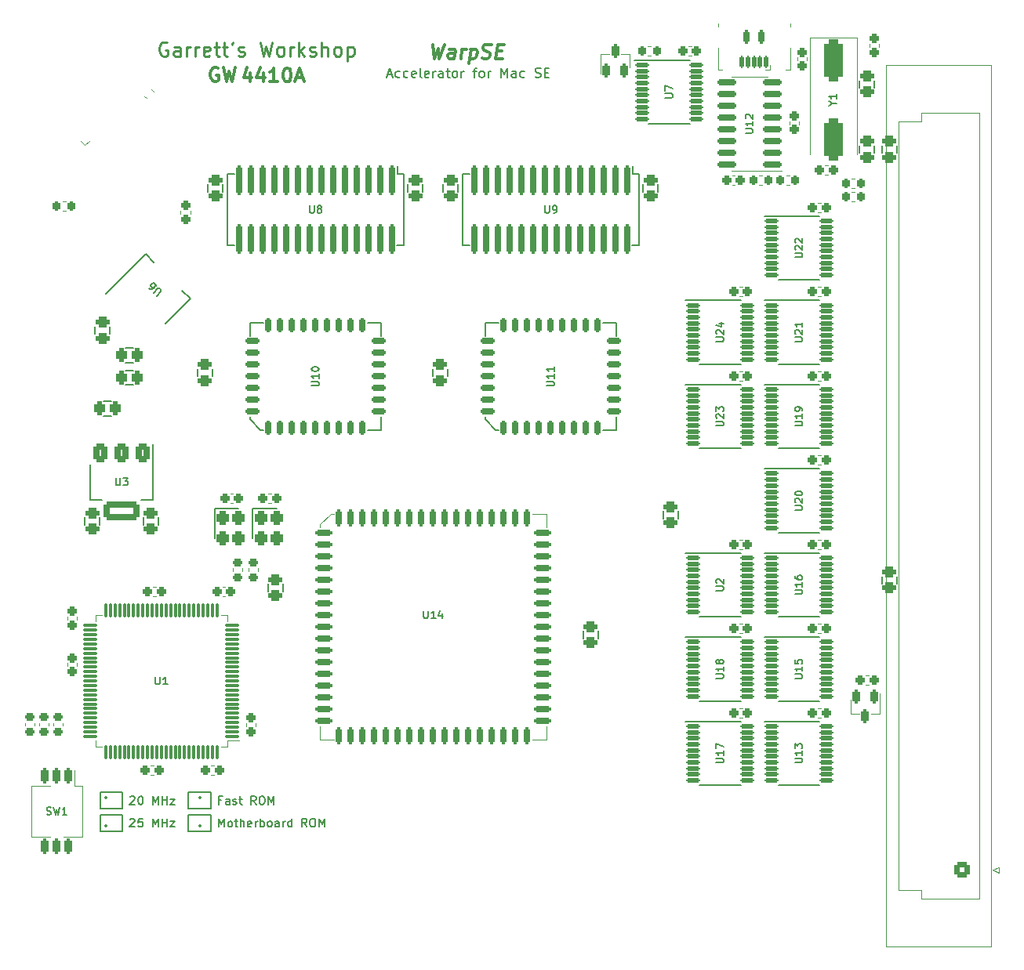
<source format=gto>
G04 #@! TF.GenerationSoftware,KiCad,Pcbnew,(6.0.1-0)*
G04 #@! TF.CreationDate,2022-02-03T05:16:20-05:00*
G04 #@! TF.ProjectId,Warp-SE,57617270-2d53-4452-9e6b-696361645f70,rev?*
G04 #@! TF.SameCoordinates,Original*
G04 #@! TF.FileFunction,Legend,Top*
G04 #@! TF.FilePolarity,Positive*
%FSLAX46Y46*%
G04 Gerber Fmt 4.6, Leading zero omitted, Abs format (unit mm)*
G04 Created by KiCad (PCBNEW (6.0.1-0)) date 2022-02-03 05:16:20*
%MOMM*%
%LPD*%
G01*
G04 APERTURE LIST*
G04 Aperture macros list*
%AMRoundRect*
0 Rectangle with rounded corners*
0 $1 Rounding radius*
0 $2 $3 $4 $5 $6 $7 $8 $9 X,Y pos of 4 corners*
0 Add a 4 corners polygon primitive as box body*
4,1,4,$2,$3,$4,$5,$6,$7,$8,$9,$2,$3,0*
0 Add four circle primitives for the rounded corners*
1,1,$1+$1,$2,$3*
1,1,$1+$1,$4,$5*
1,1,$1+$1,$6,$7*
1,1,$1+$1,$8,$9*
0 Add four rect primitives between the rounded corners*
20,1,$1+$1,$2,$3,$4,$5,0*
20,1,$1+$1,$4,$5,$6,$7,0*
20,1,$1+$1,$6,$7,$8,$9,0*
20,1,$1+$1,$8,$9,$2,$3,0*%
G04 Aperture macros list end*
%ADD10C,0.350000*%
%ADD11C,0.203200*%
%ADD12C,0.300000*%
%ADD13C,0.225000*%
%ADD14C,0.152400*%
%ADD15C,0.120000*%
%ADD16C,0.200000*%
%ADD17C,0.150000*%
%ADD18RoundRect,0.312500X-0.437500X0.262500X-0.437500X-0.262500X0.437500X-0.262500X0.437500X0.262500X0*%
%ADD19RoundRect,0.312500X0.262500X0.437500X-0.262500X0.437500X-0.262500X-0.437500X0.262500X-0.437500X0*%
%ADD20RoundRect,0.262500X0.212500X0.262500X-0.212500X0.262500X-0.212500X-0.262500X0.212500X-0.262500X0*%
%ADD21RoundRect,0.312500X-0.262500X-0.437500X0.262500X-0.437500X0.262500X0.437500X-0.262500X0.437500X0*%
%ADD22RoundRect,0.099000X0.662500X0.075000X-0.662500X0.075000X-0.662500X-0.075000X0.662500X-0.075000X0*%
%ADD23RoundRect,0.099000X0.075000X0.662500X-0.075000X0.662500X-0.075000X-0.662500X0.075000X-0.662500X0*%
%ADD24RoundRect,0.312500X0.437500X-0.262500X0.437500X0.262500X-0.437500X0.262500X-0.437500X-0.262500X0*%
%ADD25RoundRect,0.350000X-0.176777X-0.813173X0.813173X0.176777X0.176777X0.813173X-0.813173X-0.176777X0*%
%ADD26RoundRect,0.350000X0.636396X-1.626346X1.626346X-0.636396X-0.636396X1.626346X-1.626346X0.636396X0*%
%ADD27RoundRect,0.200000X-0.150000X1.374000X-0.150000X-1.374000X0.150000X-1.374000X0.150000X1.374000X0*%
%ADD28C,2.950000*%
%ADD29RoundRect,0.299999X0.525001X0.525001X-0.525001X0.525001X-0.525001X-0.525001X0.525001X-0.525001X0*%
%ADD30C,1.650000*%
%ADD31RoundRect,0.262500X-0.212500X-0.262500X0.212500X-0.262500X0.212500X0.262500X-0.212500X0.262500X0*%
%ADD32RoundRect,0.136500X-0.612500X-0.112500X0.612500X-0.112500X0.612500X0.112500X-0.612500X0.112500X0*%
%ADD33RoundRect,0.262500X-0.262500X0.212500X-0.262500X-0.212500X0.262500X-0.212500X0.262500X0.212500X0*%
%ADD34RoundRect,0.262500X0.262500X-0.212500X0.262500X0.212500X-0.262500X0.212500X-0.262500X-0.212500X0*%
%ADD35C,2.000000*%
%ADD36C,2.100000*%
%ADD37RoundRect,0.225000X-0.300000X0.175000X-0.300000X-0.175000X0.300000X-0.175000X0.300000X0.175000X0*%
%ADD38RoundRect,0.350000X-0.300000X0.400000X-0.300000X-0.400000X0.300000X-0.400000X0.300000X0.400000X0*%
%ADD39RoundRect,0.200000X0.587500X-0.150000X0.587500X0.150000X-0.587500X0.150000X-0.587500X-0.150000X0*%
%ADD40RoundRect,0.200000X0.150000X-0.587500X0.150000X0.587500X-0.150000X0.587500X-0.150000X-0.587500X0*%
%ADD41RoundRect,0.200000X-0.150000X-0.700000X0.150000X-0.700000X0.150000X0.700000X-0.150000X0.700000X0*%
%ADD42RoundRect,0.200000X-0.700000X-0.150000X0.700000X-0.150000X0.700000X0.150000X-0.700000X0.150000X0*%
%ADD43RoundRect,0.350000X-0.450000X0.700000X-0.450000X-0.700000X0.450000X-0.700000X0.450000X0.700000X0*%
%ADD44RoundRect,0.350000X-1.600000X0.700000X-1.600000X-0.700000X1.600000X-0.700000X1.600000X0.700000X0*%
%ADD45C,2.474900*%
%ADD46C,1.090600*%
%ADD47C,0.887400*%
%ADD48RoundRect,0.120000X0.120000X0.545000X-0.120000X0.545000X-0.120000X-0.545000X0.120000X-0.545000X0*%
%ADD49O,1.170000X2.000000*%
%ADD50RoundRect,0.200000X0.150000X0.525000X-0.150000X0.525000X-0.150000X-0.525000X0.150000X-0.525000X0*%
%ADD51C,1.400000*%
%ADD52RoundRect,0.225000X0.175000X0.300000X-0.175000X0.300000X-0.175000X-0.300000X0.175000X-0.300000X0*%
%ADD53RoundRect,0.225000X0.335876X0.088388X0.088388X0.335876X-0.335876X-0.088388X-0.088388X-0.335876X0*%
%ADD54RoundRect,0.250000X-0.200000X0.475000X-0.200000X-0.475000X0.200000X-0.475000X0.200000X0.475000X0*%
%ADD55RoundRect,0.240000X-0.190000X0.572000X-0.190000X-0.572000X0.190000X-0.572000X0.190000X0.572000X0*%
%ADD56RoundRect,0.225000X-0.175000X-0.300000X0.175000X-0.300000X0.175000X0.300000X-0.175000X0.300000X0*%
%ADD57RoundRect,0.200000X0.825000X0.150000X-0.825000X0.150000X-0.825000X-0.150000X0.825000X-0.150000X0*%
%ADD58RoundRect,0.550000X-0.500000X1.750000X-0.500000X-1.750000X0.500000X-1.750000X0.500000X1.750000X0*%
%ADD59RoundRect,0.250000X0.200000X-0.475000X0.200000X0.475000X-0.200000X0.475000X-0.200000X-0.475000X0*%
G04 APERTURE END LIST*
D10*
X123380500Y-124777500D02*
X123380500Y-124777400D01*
D11*
X122174000Y-125349000D02*
X124587000Y-125349000D01*
X124587000Y-123571000D02*
X122174000Y-123571000D01*
X124587000Y-125349000D02*
X124587000Y-123571000D01*
X122174000Y-125349000D02*
X122174000Y-123571000D01*
X122174000Y-122936000D02*
X124587000Y-122936000D01*
X124587000Y-122936000D02*
X124587000Y-121158000D01*
X122174000Y-122936000D02*
X122174000Y-121158000D01*
X124587000Y-121158000D02*
X122174000Y-121158000D01*
D10*
X123380500Y-121729500D02*
X123380500Y-121729400D01*
D11*
X112649000Y-125349000D02*
X115062000Y-125349000D01*
D10*
X113220550Y-121729400D02*
X113220650Y-121729400D01*
D11*
X115062000Y-122936000D02*
X115062000Y-121158000D01*
X112649000Y-125349000D02*
X112649000Y-123571000D01*
X112649000Y-122936000D02*
X112649000Y-121158000D01*
X115062000Y-121158000D02*
X112649000Y-121158000D01*
X115062000Y-123571000D02*
X112649000Y-123571000D01*
X115062000Y-125349000D02*
X115062000Y-123571000D01*
X112649000Y-122936000D02*
X115062000Y-122936000D01*
D10*
X113220500Y-124777350D02*
X113220500Y-124777250D01*
D12*
X148527361Y-40313428D02*
X148699718Y-41837428D01*
X149126076Y-40748857D01*
X149280290Y-41837428D01*
X149833647Y-40313428D01*
X150876861Y-41837428D02*
X150976647Y-41039142D01*
X150922218Y-40894000D01*
X150786147Y-40821428D01*
X150495861Y-40821428D01*
X150341647Y-40894000D01*
X150885933Y-41764857D02*
X150731718Y-41837428D01*
X150368861Y-41837428D01*
X150232790Y-41764857D01*
X150178361Y-41619714D01*
X150196504Y-41474571D01*
X150287218Y-41329428D01*
X150441433Y-41256857D01*
X150804290Y-41256857D01*
X150958504Y-41184285D01*
X151602576Y-41837428D02*
X151729576Y-40821428D01*
X151693290Y-41111714D02*
X151784004Y-40966571D01*
X151865647Y-40894000D01*
X152019861Y-40821428D01*
X152165004Y-40821428D01*
X152673004Y-40821428D02*
X152482504Y-42345428D01*
X152663933Y-40894000D02*
X152818147Y-40821428D01*
X153108433Y-40821428D01*
X153244504Y-40894000D01*
X153308004Y-40966571D01*
X153362433Y-41111714D01*
X153308004Y-41547142D01*
X153217290Y-41692285D01*
X153135647Y-41764857D01*
X152981433Y-41837428D01*
X152691147Y-41837428D01*
X152555076Y-41764857D01*
X153861361Y-41764857D02*
X154070004Y-41837428D01*
X154432861Y-41837428D01*
X154587076Y-41764857D01*
X154668718Y-41692285D01*
X154759433Y-41547142D01*
X154777576Y-41402000D01*
X154723147Y-41256857D01*
X154659647Y-41184285D01*
X154523576Y-41111714D01*
X154242361Y-41039142D01*
X154106290Y-40966571D01*
X154042790Y-40894000D01*
X153988361Y-40748857D01*
X154006504Y-40603714D01*
X154097218Y-40458571D01*
X154178861Y-40386000D01*
X154333076Y-40313428D01*
X154695933Y-40313428D01*
X154904576Y-40386000D01*
X155476076Y-41039142D02*
X155984076Y-41039142D01*
X156102004Y-41837428D02*
X155376290Y-41837428D01*
X155566790Y-40313428D01*
X156292504Y-40313428D01*
D11*
X143667238Y-43603333D02*
X144151047Y-43603333D01*
X143570476Y-43893619D02*
X143909142Y-42877619D01*
X144247809Y-43893619D01*
X145021904Y-43845238D02*
X144925142Y-43893619D01*
X144731619Y-43893619D01*
X144634857Y-43845238D01*
X144586476Y-43796857D01*
X144538095Y-43700095D01*
X144538095Y-43409809D01*
X144586476Y-43313047D01*
X144634857Y-43264666D01*
X144731619Y-43216285D01*
X144925142Y-43216285D01*
X145021904Y-43264666D01*
X145892761Y-43845238D02*
X145796000Y-43893619D01*
X145602476Y-43893619D01*
X145505714Y-43845238D01*
X145457333Y-43796857D01*
X145408952Y-43700095D01*
X145408952Y-43409809D01*
X145457333Y-43313047D01*
X145505714Y-43264666D01*
X145602476Y-43216285D01*
X145796000Y-43216285D01*
X145892761Y-43264666D01*
X146715238Y-43845238D02*
X146618476Y-43893619D01*
X146424952Y-43893619D01*
X146328190Y-43845238D01*
X146279809Y-43748476D01*
X146279809Y-43361428D01*
X146328190Y-43264666D01*
X146424952Y-43216285D01*
X146618476Y-43216285D01*
X146715238Y-43264666D01*
X146763619Y-43361428D01*
X146763619Y-43458190D01*
X146279809Y-43554952D01*
X147344190Y-43893619D02*
X147247428Y-43845238D01*
X147199047Y-43748476D01*
X147199047Y-42877619D01*
X148118285Y-43845238D02*
X148021523Y-43893619D01*
X147828000Y-43893619D01*
X147731238Y-43845238D01*
X147682857Y-43748476D01*
X147682857Y-43361428D01*
X147731238Y-43264666D01*
X147828000Y-43216285D01*
X148021523Y-43216285D01*
X148118285Y-43264666D01*
X148166666Y-43361428D01*
X148166666Y-43458190D01*
X147682857Y-43554952D01*
X148602095Y-43893619D02*
X148602095Y-43216285D01*
X148602095Y-43409809D02*
X148650476Y-43313047D01*
X148698857Y-43264666D01*
X148795619Y-43216285D01*
X148892380Y-43216285D01*
X149666476Y-43893619D02*
X149666476Y-43361428D01*
X149618095Y-43264666D01*
X149521333Y-43216285D01*
X149327809Y-43216285D01*
X149231047Y-43264666D01*
X149666476Y-43845238D02*
X149569714Y-43893619D01*
X149327809Y-43893619D01*
X149231047Y-43845238D01*
X149182666Y-43748476D01*
X149182666Y-43651714D01*
X149231047Y-43554952D01*
X149327809Y-43506571D01*
X149569714Y-43506571D01*
X149666476Y-43458190D01*
X150005142Y-43216285D02*
X150392190Y-43216285D01*
X150150285Y-42877619D02*
X150150285Y-43748476D01*
X150198666Y-43845238D01*
X150295428Y-43893619D01*
X150392190Y-43893619D01*
X150876000Y-43893619D02*
X150779238Y-43845238D01*
X150730857Y-43796857D01*
X150682476Y-43700095D01*
X150682476Y-43409809D01*
X150730857Y-43313047D01*
X150779238Y-43264666D01*
X150876000Y-43216285D01*
X151021142Y-43216285D01*
X151117904Y-43264666D01*
X151166285Y-43313047D01*
X151214666Y-43409809D01*
X151214666Y-43700095D01*
X151166285Y-43796857D01*
X151117904Y-43845238D01*
X151021142Y-43893619D01*
X150876000Y-43893619D01*
X151650095Y-43893619D02*
X151650095Y-43216285D01*
X151650095Y-43409809D02*
X151698476Y-43313047D01*
X151746857Y-43264666D01*
X151843619Y-43216285D01*
X151940380Y-43216285D01*
X152908000Y-43216285D02*
X153295047Y-43216285D01*
X153053142Y-43893619D02*
X153053142Y-43022761D01*
X153101523Y-42926000D01*
X153198285Y-42877619D01*
X153295047Y-42877619D01*
X153778857Y-43893619D02*
X153682095Y-43845238D01*
X153633714Y-43796857D01*
X153585333Y-43700095D01*
X153585333Y-43409809D01*
X153633714Y-43313047D01*
X153682095Y-43264666D01*
X153778857Y-43216285D01*
X153924000Y-43216285D01*
X154020761Y-43264666D01*
X154069142Y-43313047D01*
X154117523Y-43409809D01*
X154117523Y-43700095D01*
X154069142Y-43796857D01*
X154020761Y-43845238D01*
X153924000Y-43893619D01*
X153778857Y-43893619D01*
X154552952Y-43893619D02*
X154552952Y-43216285D01*
X154552952Y-43409809D02*
X154601333Y-43313047D01*
X154649714Y-43264666D01*
X154746476Y-43216285D01*
X154843238Y-43216285D01*
X155956000Y-43893619D02*
X155956000Y-42877619D01*
X156294666Y-43603333D01*
X156633333Y-42877619D01*
X156633333Y-43893619D01*
X157552571Y-43893619D02*
X157552571Y-43361428D01*
X157504190Y-43264666D01*
X157407428Y-43216285D01*
X157213904Y-43216285D01*
X157117142Y-43264666D01*
X157552571Y-43845238D02*
X157455809Y-43893619D01*
X157213904Y-43893619D01*
X157117142Y-43845238D01*
X157068761Y-43748476D01*
X157068761Y-43651714D01*
X157117142Y-43554952D01*
X157213904Y-43506571D01*
X157455809Y-43506571D01*
X157552571Y-43458190D01*
X158471809Y-43845238D02*
X158375047Y-43893619D01*
X158181523Y-43893619D01*
X158084761Y-43845238D01*
X158036380Y-43796857D01*
X157988000Y-43700095D01*
X157988000Y-43409809D01*
X158036380Y-43313047D01*
X158084761Y-43264666D01*
X158181523Y-43216285D01*
X158375047Y-43216285D01*
X158471809Y-43264666D01*
X159632952Y-43845238D02*
X159778095Y-43893619D01*
X160020000Y-43893619D01*
X160116761Y-43845238D01*
X160165142Y-43796857D01*
X160213523Y-43700095D01*
X160213523Y-43603333D01*
X160165142Y-43506571D01*
X160116761Y-43458190D01*
X160020000Y-43409809D01*
X159826476Y-43361428D01*
X159729714Y-43313047D01*
X159681333Y-43264666D01*
X159632952Y-43167904D01*
X159632952Y-43071142D01*
X159681333Y-42974380D01*
X159729714Y-42926000D01*
X159826476Y-42877619D01*
X160068380Y-42877619D01*
X160213523Y-42926000D01*
X160648952Y-43361428D02*
X160987619Y-43361428D01*
X161132761Y-43893619D02*
X160648952Y-43893619D01*
X160648952Y-42877619D01*
X161132761Y-42877619D01*
D12*
X125368571Y-42874500D02*
X125225714Y-42803071D01*
X125011428Y-42803071D01*
X124797142Y-42874500D01*
X124654285Y-43017357D01*
X124582857Y-43160214D01*
X124511428Y-43445928D01*
X124511428Y-43660214D01*
X124582857Y-43945928D01*
X124654285Y-44088785D01*
X124797142Y-44231642D01*
X125011428Y-44303071D01*
X125154285Y-44303071D01*
X125368571Y-44231642D01*
X125440000Y-44160214D01*
X125440000Y-43660214D01*
X125154285Y-43660214D01*
X125940000Y-42803071D02*
X126297142Y-44303071D01*
X126582857Y-43231642D01*
X126868571Y-44303071D01*
X127225714Y-42803071D01*
X128830000Y-43366571D02*
X128830000Y-44366571D01*
X128472857Y-42795142D02*
X128115714Y-43866571D01*
X129044285Y-43866571D01*
X130258571Y-43366571D02*
X130258571Y-44366571D01*
X129901428Y-42795142D02*
X129544285Y-43866571D01*
X130472857Y-43866571D01*
X131830000Y-44366571D02*
X130972857Y-44366571D01*
X131401428Y-44366571D02*
X131401428Y-42866571D01*
X131258571Y-43080857D01*
X131115714Y-43223714D01*
X130972857Y-43295142D01*
X132758571Y-42866571D02*
X132901428Y-42866571D01*
X133044285Y-42938000D01*
X133115714Y-43009428D01*
X133187142Y-43152285D01*
X133258571Y-43438000D01*
X133258571Y-43795142D01*
X133187142Y-44080857D01*
X133115714Y-44223714D01*
X133044285Y-44295142D01*
X132901428Y-44366571D01*
X132758571Y-44366571D01*
X132615714Y-44295142D01*
X132544285Y-44223714D01*
X132472857Y-44080857D01*
X132401428Y-43795142D01*
X132401428Y-43438000D01*
X132472857Y-43152285D01*
X132544285Y-43009428D01*
X132615714Y-42938000D01*
X132758571Y-42866571D01*
X133830000Y-43938000D02*
X134544285Y-43938000D01*
X133687142Y-44366571D02*
X134187142Y-42866571D01*
X134687142Y-44366571D01*
D13*
X119887999Y-40132000D02*
X119742857Y-40059428D01*
X119525142Y-40059428D01*
X119307428Y-40132000D01*
X119162285Y-40277142D01*
X119089714Y-40422285D01*
X119017142Y-40712571D01*
X119017142Y-40930285D01*
X119089714Y-41220571D01*
X119162285Y-41365714D01*
X119307428Y-41510857D01*
X119525142Y-41583428D01*
X119670285Y-41583428D01*
X119887999Y-41510857D01*
X119960571Y-41438285D01*
X119960571Y-40930285D01*
X119670285Y-40930285D01*
X121266857Y-41583428D02*
X121266857Y-40785142D01*
X121194285Y-40640000D01*
X121049142Y-40567428D01*
X120758857Y-40567428D01*
X120613714Y-40640000D01*
X121266857Y-41510857D02*
X121121714Y-41583428D01*
X120758857Y-41583428D01*
X120613714Y-41510857D01*
X120541142Y-41365714D01*
X120541142Y-41220571D01*
X120613714Y-41075428D01*
X120758857Y-41002857D01*
X121121714Y-41002857D01*
X121266857Y-40930285D01*
X121992571Y-41583428D02*
X121992571Y-40567428D01*
X121992571Y-40857714D02*
X122065142Y-40712571D01*
X122137714Y-40640000D01*
X122282857Y-40567428D01*
X122427999Y-40567428D01*
X122935999Y-41583428D02*
X122935999Y-40567428D01*
X122935999Y-40857714D02*
X123008571Y-40712571D01*
X123081142Y-40640000D01*
X123226285Y-40567428D01*
X123371428Y-40567428D01*
X124459999Y-41510857D02*
X124314857Y-41583428D01*
X124024571Y-41583428D01*
X123879428Y-41510857D01*
X123806857Y-41365714D01*
X123806857Y-40785142D01*
X123879428Y-40640000D01*
X124024571Y-40567428D01*
X124314857Y-40567428D01*
X124459999Y-40640000D01*
X124532571Y-40785142D01*
X124532571Y-40930285D01*
X123806857Y-41075428D01*
X124967999Y-40567428D02*
X125548571Y-40567428D01*
X125185714Y-40059428D02*
X125185714Y-41365714D01*
X125258285Y-41510857D01*
X125403428Y-41583428D01*
X125548571Y-41583428D01*
X125838857Y-40567428D02*
X126419428Y-40567428D01*
X126056571Y-40059428D02*
X126056571Y-41365714D01*
X126129142Y-41510857D01*
X126274285Y-41583428D01*
X126419428Y-41583428D01*
X126999999Y-40059428D02*
X126999999Y-40132000D01*
X126927428Y-40277142D01*
X126854857Y-40349714D01*
X127580571Y-41510857D02*
X127725714Y-41583428D01*
X128015999Y-41583428D01*
X128161142Y-41510857D01*
X128233714Y-41365714D01*
X128233714Y-41293142D01*
X128161142Y-41148000D01*
X128015999Y-41075428D01*
X127798285Y-41075428D01*
X127653142Y-41002857D01*
X127580571Y-40857714D01*
X127580571Y-40785142D01*
X127653142Y-40640000D01*
X127798285Y-40567428D01*
X128015999Y-40567428D01*
X128161142Y-40640000D01*
X129902857Y-40059428D02*
X130265714Y-41583428D01*
X130555999Y-40494857D01*
X130846285Y-41583428D01*
X131209142Y-40059428D01*
X132007428Y-41583428D02*
X131862285Y-41510857D01*
X131789714Y-41438285D01*
X131717142Y-41293142D01*
X131717142Y-40857714D01*
X131789714Y-40712571D01*
X131862285Y-40640000D01*
X132007428Y-40567428D01*
X132225142Y-40567428D01*
X132370285Y-40640000D01*
X132442857Y-40712571D01*
X132515428Y-40857714D01*
X132515428Y-41293142D01*
X132442857Y-41438285D01*
X132370285Y-41510857D01*
X132225142Y-41583428D01*
X132007428Y-41583428D01*
X133168571Y-41583428D02*
X133168571Y-40567428D01*
X133168571Y-40857714D02*
X133241142Y-40712571D01*
X133313714Y-40640000D01*
X133458857Y-40567428D01*
X133603999Y-40567428D01*
X134111999Y-41583428D02*
X134111999Y-40059428D01*
X134257142Y-41002857D02*
X134692571Y-41583428D01*
X134692571Y-40567428D02*
X134111999Y-41148000D01*
X135273142Y-41510857D02*
X135418285Y-41583428D01*
X135708571Y-41583428D01*
X135853714Y-41510857D01*
X135926285Y-41365714D01*
X135926285Y-41293142D01*
X135853714Y-41148000D01*
X135708571Y-41075428D01*
X135490857Y-41075428D01*
X135345714Y-41002857D01*
X135273142Y-40857714D01*
X135273142Y-40785142D01*
X135345714Y-40640000D01*
X135490857Y-40567428D01*
X135708571Y-40567428D01*
X135853714Y-40640000D01*
X136579428Y-41583428D02*
X136579428Y-40059428D01*
X137232571Y-41583428D02*
X137232571Y-40785142D01*
X137160000Y-40640000D01*
X137014857Y-40567428D01*
X136797142Y-40567428D01*
X136652000Y-40640000D01*
X136579428Y-40712571D01*
X138176000Y-41583428D02*
X138030857Y-41510857D01*
X137958285Y-41438285D01*
X137885714Y-41293142D01*
X137885714Y-40857714D01*
X137958285Y-40712571D01*
X138030857Y-40640000D01*
X138176000Y-40567428D01*
X138393714Y-40567428D01*
X138538857Y-40640000D01*
X138611428Y-40712571D01*
X138684000Y-40857714D01*
X138684000Y-41293142D01*
X138611428Y-41438285D01*
X138538857Y-41510857D01*
X138393714Y-41583428D01*
X138176000Y-41583428D01*
X139337142Y-40567428D02*
X139337142Y-42091428D01*
X139337142Y-40640000D02*
X139482285Y-40567428D01*
X139772571Y-40567428D01*
X139917714Y-40640000D01*
X139990285Y-40712571D01*
X140062857Y-40857714D01*
X140062857Y-41293142D01*
X139990285Y-41438285D01*
X139917714Y-41510857D01*
X139772571Y-41583428D01*
X139482285Y-41583428D01*
X139337142Y-41510857D01*
D11*
X125741365Y-121982714D02*
X125441365Y-121982714D01*
X125441365Y-122454142D02*
X125441365Y-121554142D01*
X125869937Y-121554142D01*
X126598508Y-122454142D02*
X126598508Y-121982714D01*
X126555651Y-121897000D01*
X126469937Y-121854142D01*
X126298508Y-121854142D01*
X126212794Y-121897000D01*
X126598508Y-122411285D02*
X126512794Y-122454142D01*
X126298508Y-122454142D01*
X126212794Y-122411285D01*
X126169937Y-122325571D01*
X126169937Y-122239857D01*
X126212794Y-122154142D01*
X126298508Y-122111285D01*
X126512794Y-122111285D01*
X126598508Y-122068428D01*
X126984222Y-122411285D02*
X127069937Y-122454142D01*
X127241365Y-122454142D01*
X127327080Y-122411285D01*
X127369937Y-122325571D01*
X127369937Y-122282714D01*
X127327080Y-122197000D01*
X127241365Y-122154142D01*
X127112794Y-122154142D01*
X127027080Y-122111285D01*
X126984222Y-122025571D01*
X126984222Y-121982714D01*
X127027080Y-121897000D01*
X127112794Y-121854142D01*
X127241365Y-121854142D01*
X127327080Y-121897000D01*
X127627080Y-121854142D02*
X127969937Y-121854142D01*
X127755651Y-121554142D02*
X127755651Y-122325571D01*
X127798508Y-122411285D01*
X127884222Y-122454142D01*
X127969937Y-122454142D01*
X129469937Y-122454142D02*
X129169937Y-122025571D01*
X128955651Y-122454142D02*
X128955651Y-121554142D01*
X129298508Y-121554142D01*
X129384222Y-121597000D01*
X129427080Y-121639857D01*
X129469937Y-121725571D01*
X129469937Y-121854142D01*
X129427080Y-121939857D01*
X129384222Y-121982714D01*
X129298508Y-122025571D01*
X128955651Y-122025571D01*
X130027080Y-121554142D02*
X130198508Y-121554142D01*
X130284222Y-121597000D01*
X130369937Y-121682714D01*
X130412794Y-121854142D01*
X130412794Y-122154142D01*
X130369937Y-122325571D01*
X130284222Y-122411285D01*
X130198508Y-122454142D01*
X130027080Y-122454142D01*
X129941365Y-122411285D01*
X129855651Y-122325571D01*
X129812794Y-122154142D01*
X129812794Y-121854142D01*
X129855651Y-121682714D01*
X129941365Y-121597000D01*
X130027080Y-121554142D01*
X130798508Y-122454142D02*
X130798508Y-121554142D01*
X131098508Y-122197000D01*
X131398508Y-121554142D01*
X131398508Y-122454142D01*
X125441365Y-124867142D02*
X125441365Y-123967142D01*
X125741365Y-124610000D01*
X126041365Y-123967142D01*
X126041365Y-124867142D01*
X126598508Y-124867142D02*
X126512794Y-124824285D01*
X126469937Y-124781428D01*
X126427080Y-124695714D01*
X126427080Y-124438571D01*
X126469937Y-124352857D01*
X126512794Y-124310000D01*
X126598508Y-124267142D01*
X126727080Y-124267142D01*
X126812794Y-124310000D01*
X126855651Y-124352857D01*
X126898508Y-124438571D01*
X126898508Y-124695714D01*
X126855651Y-124781428D01*
X126812794Y-124824285D01*
X126727080Y-124867142D01*
X126598508Y-124867142D01*
X127155651Y-124267142D02*
X127498508Y-124267142D01*
X127284222Y-123967142D02*
X127284222Y-124738571D01*
X127327080Y-124824285D01*
X127412794Y-124867142D01*
X127498508Y-124867142D01*
X127798508Y-124867142D02*
X127798508Y-123967142D01*
X128184222Y-124867142D02*
X128184222Y-124395714D01*
X128141365Y-124310000D01*
X128055651Y-124267142D01*
X127927080Y-124267142D01*
X127841365Y-124310000D01*
X127798508Y-124352857D01*
X128955651Y-124824285D02*
X128869937Y-124867142D01*
X128698508Y-124867142D01*
X128612794Y-124824285D01*
X128569937Y-124738571D01*
X128569937Y-124395714D01*
X128612794Y-124310000D01*
X128698508Y-124267142D01*
X128869937Y-124267142D01*
X128955651Y-124310000D01*
X128998508Y-124395714D01*
X128998508Y-124481428D01*
X128569937Y-124567142D01*
X129384222Y-124867142D02*
X129384222Y-124267142D01*
X129384222Y-124438571D02*
X129427080Y-124352857D01*
X129469937Y-124310000D01*
X129555651Y-124267142D01*
X129641365Y-124267142D01*
X129941365Y-124867142D02*
X129941365Y-123967142D01*
X129941365Y-124310000D02*
X130027080Y-124267142D01*
X130198508Y-124267142D01*
X130284222Y-124310000D01*
X130327080Y-124352857D01*
X130369937Y-124438571D01*
X130369937Y-124695714D01*
X130327080Y-124781428D01*
X130284222Y-124824285D01*
X130198508Y-124867142D01*
X130027080Y-124867142D01*
X129941365Y-124824285D01*
X130884222Y-124867142D02*
X130798508Y-124824285D01*
X130755651Y-124781428D01*
X130712794Y-124695714D01*
X130712794Y-124438571D01*
X130755651Y-124352857D01*
X130798508Y-124310000D01*
X130884222Y-124267142D01*
X131012794Y-124267142D01*
X131098508Y-124310000D01*
X131141365Y-124352857D01*
X131184222Y-124438571D01*
X131184222Y-124695714D01*
X131141365Y-124781428D01*
X131098508Y-124824285D01*
X131012794Y-124867142D01*
X130884222Y-124867142D01*
X131955651Y-124867142D02*
X131955651Y-124395714D01*
X131912794Y-124310000D01*
X131827080Y-124267142D01*
X131655651Y-124267142D01*
X131569937Y-124310000D01*
X131955651Y-124824285D02*
X131869937Y-124867142D01*
X131655651Y-124867142D01*
X131569937Y-124824285D01*
X131527080Y-124738571D01*
X131527080Y-124652857D01*
X131569937Y-124567142D01*
X131655651Y-124524285D01*
X131869937Y-124524285D01*
X131955651Y-124481428D01*
X132384222Y-124867142D02*
X132384222Y-124267142D01*
X132384222Y-124438571D02*
X132427080Y-124352857D01*
X132469937Y-124310000D01*
X132555651Y-124267142D01*
X132641365Y-124267142D01*
X133327080Y-124867142D02*
X133327080Y-123967142D01*
X133327080Y-124824285D02*
X133241365Y-124867142D01*
X133069937Y-124867142D01*
X132984222Y-124824285D01*
X132941365Y-124781428D01*
X132898508Y-124695714D01*
X132898508Y-124438571D01*
X132941365Y-124352857D01*
X132984222Y-124310000D01*
X133069937Y-124267142D01*
X133241365Y-124267142D01*
X133327080Y-124310000D01*
X134955651Y-124867142D02*
X134655651Y-124438571D01*
X134441365Y-124867142D02*
X134441365Y-123967142D01*
X134784222Y-123967142D01*
X134869937Y-124010000D01*
X134912794Y-124052857D01*
X134955651Y-124138571D01*
X134955651Y-124267142D01*
X134912794Y-124352857D01*
X134869937Y-124395714D01*
X134784222Y-124438571D01*
X134441365Y-124438571D01*
X135512794Y-123967142D02*
X135684222Y-123967142D01*
X135769937Y-124010000D01*
X135855651Y-124095714D01*
X135898508Y-124267142D01*
X135898508Y-124567142D01*
X135855651Y-124738571D01*
X135769937Y-124824285D01*
X135684222Y-124867142D01*
X135512794Y-124867142D01*
X135427080Y-124824285D01*
X135341365Y-124738571D01*
X135298508Y-124567142D01*
X135298508Y-124267142D01*
X135341365Y-124095714D01*
X135427080Y-124010000D01*
X135512794Y-123967142D01*
X136284222Y-124867142D02*
X136284222Y-123967142D01*
X136584222Y-124610000D01*
X136884222Y-123967142D01*
X136884222Y-124867142D01*
X115873508Y-121639857D02*
X115916365Y-121597000D01*
X116002080Y-121554142D01*
X116216365Y-121554142D01*
X116302080Y-121597000D01*
X116344937Y-121639857D01*
X116387794Y-121725571D01*
X116387794Y-121811285D01*
X116344937Y-121939857D01*
X115830651Y-122454142D01*
X116387794Y-122454142D01*
X116944937Y-121554142D02*
X117030651Y-121554142D01*
X117116365Y-121597000D01*
X117159222Y-121639857D01*
X117202080Y-121725571D01*
X117244937Y-121897000D01*
X117244937Y-122111285D01*
X117202080Y-122282714D01*
X117159222Y-122368428D01*
X117116365Y-122411285D01*
X117030651Y-122454142D01*
X116944937Y-122454142D01*
X116859222Y-122411285D01*
X116816365Y-122368428D01*
X116773508Y-122282714D01*
X116730651Y-122111285D01*
X116730651Y-121897000D01*
X116773508Y-121725571D01*
X116816365Y-121639857D01*
X116859222Y-121597000D01*
X116944937Y-121554142D01*
X118316365Y-122454142D02*
X118316365Y-121554142D01*
X118616365Y-122197000D01*
X118916365Y-121554142D01*
X118916365Y-122454142D01*
X119344937Y-122454142D02*
X119344937Y-121554142D01*
X119344937Y-121982714D02*
X119859222Y-121982714D01*
X119859222Y-122454142D02*
X119859222Y-121554142D01*
X120202080Y-121854142D02*
X120673508Y-121854142D01*
X120202080Y-122454142D01*
X120673508Y-122454142D01*
X115873508Y-124052857D02*
X115916365Y-124010000D01*
X116002080Y-123967142D01*
X116216365Y-123967142D01*
X116302080Y-124010000D01*
X116344937Y-124052857D01*
X116387794Y-124138571D01*
X116387794Y-124224285D01*
X116344937Y-124352857D01*
X115830651Y-124867142D01*
X116387794Y-124867142D01*
X117202080Y-123967142D02*
X116773508Y-123967142D01*
X116730651Y-124395714D01*
X116773508Y-124352857D01*
X116859222Y-124310000D01*
X117073508Y-124310000D01*
X117159222Y-124352857D01*
X117202080Y-124395714D01*
X117244937Y-124481428D01*
X117244937Y-124695714D01*
X117202080Y-124781428D01*
X117159222Y-124824285D01*
X117073508Y-124867142D01*
X116859222Y-124867142D01*
X116773508Y-124824285D01*
X116730651Y-124781428D01*
X118316365Y-124867142D02*
X118316365Y-123967142D01*
X118616365Y-124610000D01*
X118916365Y-123967142D01*
X118916365Y-124867142D01*
X119344937Y-124867142D02*
X119344937Y-123967142D01*
X119344937Y-124395714D02*
X119859222Y-124395714D01*
X119859222Y-124867142D02*
X119859222Y-123967142D01*
X120202080Y-124267142D02*
X120673508Y-124267142D01*
X120202080Y-124867142D01*
X120673508Y-124867142D01*
X118630723Y-108654895D02*
X118630723Y-109312876D01*
X118669428Y-109390285D01*
X118708133Y-109428990D01*
X118785542Y-109467695D01*
X118940361Y-109467695D01*
X119017771Y-109428990D01*
X119056476Y-109390285D01*
X119095180Y-109312876D01*
X119095180Y-108654895D01*
X119907980Y-109467695D02*
X119443523Y-109467695D01*
X119675752Y-109467695D02*
X119675752Y-108654895D01*
X119598342Y-108771009D01*
X119520933Y-108848419D01*
X119443523Y-108887123D01*
X118723157Y-67502630D02*
X119188420Y-67037368D01*
X119215788Y-66955262D01*
X119215788Y-66900526D01*
X119188420Y-66818420D01*
X119078946Y-66708947D01*
X118996841Y-66681579D01*
X118942104Y-66681579D01*
X118859999Y-66708947D01*
X118394737Y-67174210D01*
X117874737Y-66654210D02*
X117984211Y-66763684D01*
X118066316Y-66791052D01*
X118121053Y-66791052D01*
X118257895Y-66763684D01*
X118394737Y-66681579D01*
X118613684Y-66462631D01*
X118641052Y-66380526D01*
X118641052Y-66325789D01*
X118613684Y-66243684D01*
X118504210Y-66134211D01*
X118422105Y-66106842D01*
X118367368Y-66106842D01*
X118285263Y-66134211D01*
X118148421Y-66271053D01*
X118121053Y-66353158D01*
X118121053Y-66407895D01*
X118148421Y-66490000D01*
X118257895Y-66599473D01*
X118340000Y-66626842D01*
X118394737Y-66626842D01*
X118476842Y-66599473D01*
X160670723Y-57720895D02*
X160670723Y-58378876D01*
X160709428Y-58456285D01*
X160748133Y-58494990D01*
X160825542Y-58533695D01*
X160980361Y-58533695D01*
X161057771Y-58494990D01*
X161096476Y-58456285D01*
X161135180Y-58378876D01*
X161135180Y-57720895D01*
X161560933Y-58533695D02*
X161715752Y-58533695D01*
X161793161Y-58494990D01*
X161831866Y-58456285D01*
X161909276Y-58340171D01*
X161947980Y-58185352D01*
X161947980Y-57875714D01*
X161909276Y-57798304D01*
X161870571Y-57759600D01*
X161793161Y-57720895D01*
X161638342Y-57720895D01*
X161560933Y-57759600D01*
X161522228Y-57798304D01*
X161483523Y-57875714D01*
X161483523Y-58069238D01*
X161522228Y-58146647D01*
X161560933Y-58185352D01*
X161638342Y-58224057D01*
X161793161Y-58224057D01*
X161870571Y-58185352D01*
X161909276Y-58146647D01*
X161947980Y-58069238D01*
X179154895Y-99344276D02*
X179812876Y-99344276D01*
X179890285Y-99305571D01*
X179928990Y-99266866D01*
X179967695Y-99189457D01*
X179967695Y-99034638D01*
X179928990Y-98957228D01*
X179890285Y-98918523D01*
X179812876Y-98879819D01*
X179154895Y-98879819D01*
X179232304Y-98531476D02*
X179193600Y-98492771D01*
X179154895Y-98415361D01*
X179154895Y-98221838D01*
X179193600Y-98144428D01*
X179232304Y-98105723D01*
X179309714Y-98067019D01*
X179387123Y-98067019D01*
X179503238Y-98105723D01*
X179967695Y-98570180D01*
X179967695Y-98067019D01*
X179154895Y-72431323D02*
X179812876Y-72431323D01*
X179890285Y-72392619D01*
X179928990Y-72353914D01*
X179967695Y-72276504D01*
X179967695Y-72121685D01*
X179928990Y-72044276D01*
X179890285Y-72005571D01*
X179812876Y-71966866D01*
X179154895Y-71966866D01*
X179232304Y-71618523D02*
X179193600Y-71579819D01*
X179154895Y-71502409D01*
X179154895Y-71308885D01*
X179193600Y-71231476D01*
X179232304Y-71192771D01*
X179309714Y-71154066D01*
X179387123Y-71154066D01*
X179503238Y-71192771D01*
X179967695Y-71657228D01*
X179967695Y-71154066D01*
X179425828Y-70457380D02*
X179967695Y-70457380D01*
X179116190Y-70650904D02*
X179696761Y-70844428D01*
X179696761Y-70341266D01*
X179154895Y-81531323D02*
X179812876Y-81531323D01*
X179890285Y-81492619D01*
X179928990Y-81453914D01*
X179967695Y-81376504D01*
X179967695Y-81221685D01*
X179928990Y-81144276D01*
X179890285Y-81105571D01*
X179812876Y-81066866D01*
X179154895Y-81066866D01*
X179232304Y-80718523D02*
X179193600Y-80679819D01*
X179154895Y-80602409D01*
X179154895Y-80408885D01*
X179193600Y-80331476D01*
X179232304Y-80292771D01*
X179309714Y-80254066D01*
X179387123Y-80254066D01*
X179503238Y-80292771D01*
X179967695Y-80757228D01*
X179967695Y-80254066D01*
X179154895Y-79983133D02*
X179154895Y-79479971D01*
X179464533Y-79750904D01*
X179464533Y-79634790D01*
X179503238Y-79557380D01*
X179541942Y-79518676D01*
X179619352Y-79479971D01*
X179812876Y-79479971D01*
X179890285Y-79518676D01*
X179928990Y-79557380D01*
X179967695Y-79634790D01*
X179967695Y-79867019D01*
X179928990Y-79944428D01*
X179890285Y-79983133D01*
X187654895Y-63331323D02*
X188312876Y-63331323D01*
X188390285Y-63292619D01*
X188428990Y-63253914D01*
X188467695Y-63176504D01*
X188467695Y-63021685D01*
X188428990Y-62944276D01*
X188390285Y-62905571D01*
X188312876Y-62866866D01*
X187654895Y-62866866D01*
X187732304Y-62518523D02*
X187693600Y-62479819D01*
X187654895Y-62402409D01*
X187654895Y-62208885D01*
X187693600Y-62131476D01*
X187732304Y-62092771D01*
X187809714Y-62054066D01*
X187887123Y-62054066D01*
X188003238Y-62092771D01*
X188467695Y-62557228D01*
X188467695Y-62054066D01*
X187732304Y-61744428D02*
X187693600Y-61705723D01*
X187654895Y-61628314D01*
X187654895Y-61434790D01*
X187693600Y-61357380D01*
X187732304Y-61318676D01*
X187809714Y-61279971D01*
X187887123Y-61279971D01*
X188003238Y-61318676D01*
X188467695Y-61783133D01*
X188467695Y-61279971D01*
X187654895Y-72431323D02*
X188312876Y-72431323D01*
X188390285Y-72392619D01*
X188428990Y-72353914D01*
X188467695Y-72276504D01*
X188467695Y-72121685D01*
X188428990Y-72044276D01*
X188390285Y-72005571D01*
X188312876Y-71966866D01*
X187654895Y-71966866D01*
X187732304Y-71618523D02*
X187693600Y-71579819D01*
X187654895Y-71502409D01*
X187654895Y-71308885D01*
X187693600Y-71231476D01*
X187732304Y-71192771D01*
X187809714Y-71154066D01*
X187887123Y-71154066D01*
X188003238Y-71192771D01*
X188467695Y-71657228D01*
X188467695Y-71154066D01*
X188467695Y-70379971D02*
X188467695Y-70844428D01*
X188467695Y-70612200D02*
X187654895Y-70612200D01*
X187771009Y-70689609D01*
X187848419Y-70767019D01*
X187887123Y-70844428D01*
X187654895Y-90631323D02*
X188312876Y-90631323D01*
X188390285Y-90592619D01*
X188428990Y-90553914D01*
X188467695Y-90476504D01*
X188467695Y-90321685D01*
X188428990Y-90244276D01*
X188390285Y-90205571D01*
X188312876Y-90166866D01*
X187654895Y-90166866D01*
X187732304Y-89818523D02*
X187693600Y-89779819D01*
X187654895Y-89702409D01*
X187654895Y-89508885D01*
X187693600Y-89431476D01*
X187732304Y-89392771D01*
X187809714Y-89354066D01*
X187887123Y-89354066D01*
X188003238Y-89392771D01*
X188467695Y-89857228D01*
X188467695Y-89354066D01*
X187654895Y-88850904D02*
X187654895Y-88773495D01*
X187693600Y-88696085D01*
X187732304Y-88657380D01*
X187809714Y-88618676D01*
X187964533Y-88579971D01*
X188158057Y-88579971D01*
X188312876Y-88618676D01*
X188390285Y-88657380D01*
X188428990Y-88696085D01*
X188467695Y-88773495D01*
X188467695Y-88850904D01*
X188428990Y-88928314D01*
X188390285Y-88967019D01*
X188312876Y-89005723D01*
X188158057Y-89044428D01*
X187964533Y-89044428D01*
X187809714Y-89005723D01*
X187732304Y-88967019D01*
X187693600Y-88928314D01*
X187654895Y-88850904D01*
X187654895Y-81531323D02*
X188312876Y-81531323D01*
X188390285Y-81492619D01*
X188428990Y-81453914D01*
X188467695Y-81376504D01*
X188467695Y-81221685D01*
X188428990Y-81144276D01*
X188390285Y-81105571D01*
X188312876Y-81066866D01*
X187654895Y-81066866D01*
X188467695Y-80254066D02*
X188467695Y-80718523D01*
X188467695Y-80486295D02*
X187654895Y-80486295D01*
X187771009Y-80563704D01*
X187848419Y-80641114D01*
X187887123Y-80718523D01*
X188467695Y-79867019D02*
X188467695Y-79712200D01*
X188428990Y-79634790D01*
X188390285Y-79596085D01*
X188274171Y-79518676D01*
X188119352Y-79479971D01*
X187809714Y-79479971D01*
X187732304Y-79518676D01*
X187693600Y-79557380D01*
X187654895Y-79634790D01*
X187654895Y-79789609D01*
X187693600Y-79867019D01*
X187732304Y-79905723D01*
X187809714Y-79944428D01*
X188003238Y-79944428D01*
X188080647Y-79905723D01*
X188119352Y-79867019D01*
X188158057Y-79789609D01*
X188158057Y-79634790D01*
X188119352Y-79557380D01*
X188080647Y-79518676D01*
X188003238Y-79479971D01*
X179154895Y-108831323D02*
X179812876Y-108831323D01*
X179890285Y-108792619D01*
X179928990Y-108753914D01*
X179967695Y-108676504D01*
X179967695Y-108521685D01*
X179928990Y-108444276D01*
X179890285Y-108405571D01*
X179812876Y-108366866D01*
X179154895Y-108366866D01*
X179967695Y-107554066D02*
X179967695Y-108018523D01*
X179967695Y-107786295D02*
X179154895Y-107786295D01*
X179271009Y-107863704D01*
X179348419Y-107941114D01*
X179387123Y-108018523D01*
X179503238Y-107089609D02*
X179464533Y-107167019D01*
X179425828Y-107205723D01*
X179348419Y-107244428D01*
X179309714Y-107244428D01*
X179232304Y-107205723D01*
X179193600Y-107167019D01*
X179154895Y-107089609D01*
X179154895Y-106934790D01*
X179193600Y-106857380D01*
X179232304Y-106818676D01*
X179309714Y-106779971D01*
X179348419Y-106779971D01*
X179425828Y-106818676D01*
X179464533Y-106857380D01*
X179503238Y-106934790D01*
X179503238Y-107089609D01*
X179541942Y-107167019D01*
X179580647Y-107205723D01*
X179658057Y-107244428D01*
X179812876Y-107244428D01*
X179890285Y-107205723D01*
X179928990Y-107167019D01*
X179967695Y-107089609D01*
X179967695Y-106934790D01*
X179928990Y-106857380D01*
X179890285Y-106818676D01*
X179812876Y-106779971D01*
X179658057Y-106779971D01*
X179580647Y-106818676D01*
X179541942Y-106857380D01*
X179503238Y-106934790D01*
X179154895Y-117931323D02*
X179812876Y-117931323D01*
X179890285Y-117892619D01*
X179928990Y-117853914D01*
X179967695Y-117776504D01*
X179967695Y-117621685D01*
X179928990Y-117544276D01*
X179890285Y-117505571D01*
X179812876Y-117466866D01*
X179154895Y-117466866D01*
X179967695Y-116654066D02*
X179967695Y-117118523D01*
X179967695Y-116886295D02*
X179154895Y-116886295D01*
X179271009Y-116963704D01*
X179348419Y-117041114D01*
X179387123Y-117118523D01*
X179154895Y-116383133D02*
X179154895Y-115841266D01*
X179967695Y-116189609D01*
X187654895Y-99731323D02*
X188312876Y-99731323D01*
X188390285Y-99692619D01*
X188428990Y-99653914D01*
X188467695Y-99576504D01*
X188467695Y-99421685D01*
X188428990Y-99344276D01*
X188390285Y-99305571D01*
X188312876Y-99266866D01*
X187654895Y-99266866D01*
X188467695Y-98454066D02*
X188467695Y-98918523D01*
X188467695Y-98686295D02*
X187654895Y-98686295D01*
X187771009Y-98763704D01*
X187848419Y-98841114D01*
X187887123Y-98918523D01*
X187654895Y-97757380D02*
X187654895Y-97912200D01*
X187693600Y-97989609D01*
X187732304Y-98028314D01*
X187848419Y-98105723D01*
X188003238Y-98144428D01*
X188312876Y-98144428D01*
X188390285Y-98105723D01*
X188428990Y-98067019D01*
X188467695Y-97989609D01*
X188467695Y-97834790D01*
X188428990Y-97757380D01*
X188390285Y-97718676D01*
X188312876Y-97679971D01*
X188119352Y-97679971D01*
X188041942Y-97718676D01*
X188003238Y-97757380D01*
X187964533Y-97834790D01*
X187964533Y-97989609D01*
X188003238Y-98067019D01*
X188041942Y-98105723D01*
X188119352Y-98144428D01*
X187654895Y-108831323D02*
X188312876Y-108831323D01*
X188390285Y-108792619D01*
X188428990Y-108753914D01*
X188467695Y-108676504D01*
X188467695Y-108521685D01*
X188428990Y-108444276D01*
X188390285Y-108405571D01*
X188312876Y-108366866D01*
X187654895Y-108366866D01*
X188467695Y-107554066D02*
X188467695Y-108018523D01*
X188467695Y-107786295D02*
X187654895Y-107786295D01*
X187771009Y-107863704D01*
X187848419Y-107941114D01*
X187887123Y-108018523D01*
X187654895Y-106818676D02*
X187654895Y-107205723D01*
X188041942Y-107244428D01*
X188003238Y-107205723D01*
X187964533Y-107128314D01*
X187964533Y-106934790D01*
X188003238Y-106857380D01*
X188041942Y-106818676D01*
X188119352Y-106779971D01*
X188312876Y-106779971D01*
X188390285Y-106818676D01*
X188428990Y-106857380D01*
X188467695Y-106934790D01*
X188467695Y-107128314D01*
X188428990Y-107205723D01*
X188390285Y-107244428D01*
X187654895Y-117931323D02*
X188312876Y-117931323D01*
X188390285Y-117892619D01*
X188428990Y-117853914D01*
X188467695Y-117776504D01*
X188467695Y-117621685D01*
X188428990Y-117544276D01*
X188390285Y-117505571D01*
X188312876Y-117466866D01*
X187654895Y-117466866D01*
X188467695Y-116654066D02*
X188467695Y-117118523D01*
X188467695Y-116886295D02*
X187654895Y-116886295D01*
X187771009Y-116963704D01*
X187848419Y-117041114D01*
X187887123Y-117118523D01*
X187654895Y-116383133D02*
X187654895Y-115879971D01*
X187964533Y-116150904D01*
X187964533Y-116034790D01*
X188003238Y-115957380D01*
X188041942Y-115918676D01*
X188119352Y-115879971D01*
X188312876Y-115879971D01*
X188390285Y-115918676D01*
X188428990Y-115957380D01*
X188467695Y-116034790D01*
X188467695Y-116267019D01*
X188428990Y-116344428D01*
X188390285Y-116383133D01*
X135270723Y-57720895D02*
X135270723Y-58378876D01*
X135309428Y-58456285D01*
X135348133Y-58494990D01*
X135425542Y-58533695D01*
X135580361Y-58533695D01*
X135657771Y-58494990D01*
X135696476Y-58456285D01*
X135735180Y-58378876D01*
X135735180Y-57720895D01*
X136238342Y-58069238D02*
X136160933Y-58030533D01*
X136122228Y-57991828D01*
X136083523Y-57914419D01*
X136083523Y-57875714D01*
X136122228Y-57798304D01*
X136160933Y-57759600D01*
X136238342Y-57720895D01*
X136393161Y-57720895D01*
X136470571Y-57759600D01*
X136509276Y-57798304D01*
X136547980Y-57875714D01*
X136547980Y-57914419D01*
X136509276Y-57991828D01*
X136470571Y-58030533D01*
X136393161Y-58069238D01*
X136238342Y-58069238D01*
X136160933Y-58107942D01*
X136122228Y-58146647D01*
X136083523Y-58224057D01*
X136083523Y-58378876D01*
X136122228Y-58456285D01*
X136160933Y-58494990D01*
X136238342Y-58533695D01*
X136393161Y-58533695D01*
X136470571Y-58494990D01*
X136509276Y-58456285D01*
X136547980Y-58378876D01*
X136547980Y-58224057D01*
X136509276Y-58146647D01*
X136470571Y-58107942D01*
X136393161Y-58069238D01*
X135444895Y-77206323D02*
X136102876Y-77206323D01*
X136180285Y-77167619D01*
X136218990Y-77128914D01*
X136257695Y-77051504D01*
X136257695Y-76896685D01*
X136218990Y-76819276D01*
X136180285Y-76780571D01*
X136102876Y-76741866D01*
X135444895Y-76741866D01*
X136257695Y-75929066D02*
X136257695Y-76393523D01*
X136257695Y-76161295D02*
X135444895Y-76161295D01*
X135561009Y-76238704D01*
X135638419Y-76316114D01*
X135677123Y-76393523D01*
X135444895Y-75425904D02*
X135444895Y-75348495D01*
X135483600Y-75271085D01*
X135522304Y-75232380D01*
X135599714Y-75193676D01*
X135754533Y-75154971D01*
X135948057Y-75154971D01*
X136102876Y-75193676D01*
X136180285Y-75232380D01*
X136218990Y-75271085D01*
X136257695Y-75348495D01*
X136257695Y-75425904D01*
X136218990Y-75503314D01*
X136180285Y-75542019D01*
X136102876Y-75580723D01*
X135948057Y-75619428D01*
X135754533Y-75619428D01*
X135599714Y-75580723D01*
X135522304Y-75542019D01*
X135483600Y-75503314D01*
X135444895Y-75425904D01*
X160844895Y-77206323D02*
X161502876Y-77206323D01*
X161580285Y-77167619D01*
X161618990Y-77128914D01*
X161657695Y-77051504D01*
X161657695Y-76896685D01*
X161618990Y-76819276D01*
X161580285Y-76780571D01*
X161502876Y-76741866D01*
X160844895Y-76741866D01*
X161657695Y-75929066D02*
X161657695Y-76393523D01*
X161657695Y-76161295D02*
X160844895Y-76161295D01*
X160961009Y-76238704D01*
X161038419Y-76316114D01*
X161077123Y-76393523D01*
X161657695Y-75154971D02*
X161657695Y-75619428D01*
X161657695Y-75387200D02*
X160844895Y-75387200D01*
X160961009Y-75464609D01*
X161038419Y-75542019D01*
X161077123Y-75619428D01*
X147583676Y-101535895D02*
X147583676Y-102193876D01*
X147622380Y-102271285D01*
X147661085Y-102309990D01*
X147738495Y-102348695D01*
X147893314Y-102348695D01*
X147970723Y-102309990D01*
X148009428Y-102271285D01*
X148048133Y-102193876D01*
X148048133Y-101535895D01*
X148860933Y-102348695D02*
X148396476Y-102348695D01*
X148628704Y-102348695D02*
X148628704Y-101535895D01*
X148551295Y-101652009D01*
X148473885Y-101729419D01*
X148396476Y-101768123D01*
X149557619Y-101806828D02*
X149557619Y-102348695D01*
X149364095Y-101497190D02*
X149170571Y-102077761D01*
X149673733Y-102077761D01*
X114330723Y-87154895D02*
X114330723Y-87812876D01*
X114369428Y-87890285D01*
X114408133Y-87928990D01*
X114485542Y-87967695D01*
X114640361Y-87967695D01*
X114717771Y-87928990D01*
X114756476Y-87890285D01*
X114795180Y-87812876D01*
X114795180Y-87154895D01*
X115104819Y-87154895D02*
X115607980Y-87154895D01*
X115337047Y-87464533D01*
X115453161Y-87464533D01*
X115530571Y-87503238D01*
X115569276Y-87541942D01*
X115607980Y-87619352D01*
X115607980Y-87812876D01*
X115569276Y-87890285D01*
X115530571Y-87928990D01*
X115453161Y-87967695D01*
X115220933Y-87967695D01*
X115143523Y-87928990D01*
X115104819Y-87890285D01*
X106866266Y-123518990D02*
X106982380Y-123557695D01*
X107175904Y-123557695D01*
X107253314Y-123518990D01*
X107292019Y-123480285D01*
X107330723Y-123402876D01*
X107330723Y-123325466D01*
X107292019Y-123248057D01*
X107253314Y-123209352D01*
X107175904Y-123170647D01*
X107021085Y-123131942D01*
X106943676Y-123093238D01*
X106904971Y-123054533D01*
X106866266Y-122977123D01*
X106866266Y-122899714D01*
X106904971Y-122822304D01*
X106943676Y-122783600D01*
X107021085Y-122744895D01*
X107214609Y-122744895D01*
X107330723Y-122783600D01*
X107601657Y-122744895D02*
X107795180Y-123557695D01*
X107950000Y-122977123D01*
X108104819Y-123557695D01*
X108298342Y-122744895D01*
X109033733Y-123557695D02*
X108569276Y-123557695D01*
X108801504Y-123557695D02*
X108801504Y-122744895D01*
X108724095Y-122861009D01*
X108646685Y-122938419D01*
X108569276Y-122977123D01*
X173654895Y-46094276D02*
X174312876Y-46094276D01*
X174390285Y-46055571D01*
X174428990Y-46016866D01*
X174467695Y-45939457D01*
X174467695Y-45784638D01*
X174428990Y-45707228D01*
X174390285Y-45668523D01*
X174312876Y-45629819D01*
X173654895Y-45629819D01*
X173654895Y-45320180D02*
X173654895Y-44778314D01*
X174467695Y-45126657D01*
X182307895Y-49901323D02*
X182965876Y-49901323D01*
X183043285Y-49862619D01*
X183081990Y-49823914D01*
X183120695Y-49746504D01*
X183120695Y-49591685D01*
X183081990Y-49514276D01*
X183043285Y-49475571D01*
X182965876Y-49436866D01*
X182307895Y-49436866D01*
X183120695Y-48624066D02*
X183120695Y-49088523D01*
X183120695Y-48856295D02*
X182307895Y-48856295D01*
X182424009Y-48933704D01*
X182501419Y-49011114D01*
X182540123Y-49088523D01*
X182385304Y-48314428D02*
X182346600Y-48275723D01*
X182307895Y-48198314D01*
X182307895Y-48004790D01*
X182346600Y-47927380D01*
X182385304Y-47888676D01*
X182462714Y-47849971D01*
X182540123Y-47849971D01*
X182656238Y-47888676D01*
X183120695Y-48353133D01*
X183120695Y-47849971D01*
X191780647Y-46687047D02*
X192167695Y-46687047D01*
X191354895Y-46957980D02*
X191780647Y-46687047D01*
X191354895Y-46416114D01*
X192167695Y-45719428D02*
X192167695Y-46183885D01*
X192167695Y-45951657D02*
X191354895Y-45951657D01*
X191471009Y-46029066D01*
X191548419Y-46106476D01*
X191587123Y-46183885D01*
D14*
X113703000Y-70801600D02*
X113703000Y-71614400D01*
X112103000Y-70801600D02*
X112103000Y-71614400D01*
X116205900Y-74714000D02*
X115393100Y-74714000D01*
X116205900Y-73114000D02*
X115393100Y-73114000D01*
X116205900Y-75527000D02*
X115393100Y-75527000D01*
X116205900Y-77127000D02*
X115393100Y-77127000D01*
D15*
X131112779Y-89910000D02*
X130787221Y-89910000D01*
X131112779Y-88890000D02*
X130787221Y-88890000D01*
D14*
X112993600Y-78850000D02*
X113806400Y-78850000D01*
X112993600Y-80450000D02*
X113806400Y-80450000D01*
D15*
X112140000Y-116210000D02*
X112140000Y-115510000D01*
X125660000Y-101990000D02*
X126360000Y-101990000D01*
X126360000Y-115510000D02*
X127650000Y-115510000D01*
X112840000Y-101990000D02*
X112140000Y-101990000D01*
X112140000Y-101990000D02*
X112140000Y-102690000D01*
X125660000Y-116210000D02*
X126360000Y-116210000D01*
X126360000Y-116210000D02*
X126360000Y-115510000D01*
X126360000Y-101990000D02*
X126360000Y-102690000D01*
X112840000Y-116210000D02*
X112140000Y-116210000D01*
D14*
X196253000Y-45022400D02*
X196253000Y-44209600D01*
X194653000Y-45022400D02*
X194653000Y-44209600D01*
X196253000Y-51243600D02*
X196253000Y-52056400D01*
X194653000Y-51243600D02*
X194653000Y-52056400D01*
X197066000Y-51243600D02*
X197066000Y-52056400D01*
X198666000Y-51243600D02*
X198666000Y-52056400D01*
X119703087Y-70469382D02*
X122361808Y-67810660D01*
X113289628Y-67237904D02*
X117539340Y-62988192D01*
X122361808Y-67810660D02*
X121470854Y-66919706D01*
X117539340Y-62988192D02*
X118430294Y-63879146D01*
D16*
X151765000Y-54291000D02*
X151765000Y-62041000D01*
X170815000Y-54291000D02*
X170815000Y-62041000D01*
X151765000Y-62041000D02*
X152510000Y-62041000D01*
X170815000Y-62041000D02*
X170070000Y-62041000D01*
X170815000Y-54291000D02*
X170165000Y-54291000D01*
X151765000Y-54291000D02*
X152510000Y-54291000D01*
X170165000Y-54291000D02*
X170165000Y-53467000D01*
D15*
X201350000Y-131671000D02*
X198850000Y-131671000D01*
X201350000Y-132671000D02*
X201350000Y-131671000D01*
X207550000Y-47670000D02*
X207550000Y-132671000D01*
X208860000Y-42560000D02*
X208860000Y-137780000D01*
X209730000Y-129240000D02*
X209050000Y-129540000D01*
X209730000Y-129840000D02*
X209730000Y-129240000D01*
X198850000Y-48670000D02*
X201350000Y-48670000D01*
X207550000Y-132671000D02*
X201350000Y-132671000D01*
X197540000Y-42560000D02*
X208860000Y-42560000D01*
X201350000Y-48670000D02*
X201350000Y-47670000D01*
X198850000Y-131671000D02*
X198850000Y-48670000D01*
X197540000Y-137780000D02*
X197540000Y-42560000D01*
X208860000Y-137780000D02*
X197540000Y-137780000D01*
X201350000Y-47670000D02*
X207550000Y-47670000D01*
X209050000Y-129540000D02*
X209730000Y-129840000D01*
X125837221Y-99960000D02*
X126162779Y-99960000D01*
X125837221Y-98940000D02*
X126162779Y-98940000D01*
D17*
X177375000Y-102175000D02*
X181825000Y-102175000D01*
X175850000Y-95275000D02*
X181825000Y-95275000D01*
D15*
X181962779Y-93840000D02*
X181637221Y-93840000D01*
X181962779Y-94860000D02*
X181637221Y-94860000D01*
X190462779Y-58460000D02*
X190137221Y-58460000D01*
X190462779Y-57440000D02*
X190137221Y-57440000D01*
X190462779Y-94860000D02*
X190137221Y-94860000D01*
X190462779Y-93840000D02*
X190137221Y-93840000D01*
X190462779Y-84740000D02*
X190137221Y-84740000D01*
X190462779Y-85760000D02*
X190137221Y-85760000D01*
X181962779Y-112040000D02*
X181637221Y-112040000D01*
X181962779Y-113060000D02*
X181637221Y-113060000D01*
X190462779Y-112040000D02*
X190137221Y-112040000D01*
X190462779Y-113060000D02*
X190137221Y-113060000D01*
X190462779Y-67560000D02*
X190137221Y-67560000D01*
X190462779Y-66540000D02*
X190137221Y-66540000D01*
X181962779Y-66540000D02*
X181637221Y-66540000D01*
X181962779Y-67560000D02*
X181637221Y-67560000D01*
X181962779Y-76660000D02*
X181637221Y-76660000D01*
X181962779Y-75640000D02*
X181637221Y-75640000D01*
X181962779Y-102940000D02*
X181637221Y-102940000D01*
X181962779Y-103960000D02*
X181637221Y-103960000D01*
X190462779Y-103960000D02*
X190137221Y-103960000D01*
X190462779Y-102940000D02*
X190137221Y-102940000D01*
D14*
X197066000Y-98616400D02*
X197066000Y-97803600D01*
X198666000Y-98616400D02*
X198666000Y-97803600D01*
X130772000Y-98614600D02*
X130772000Y-99427400D01*
X132372000Y-98614600D02*
X132372000Y-99427400D01*
X164808000Y-103694600D02*
X164808000Y-104507400D01*
X166408000Y-103694600D02*
X166408000Y-104507400D01*
D17*
X177375000Y-74875000D02*
X181825000Y-74875000D01*
X175850000Y-67975000D02*
X181825000Y-67975000D01*
X177375000Y-83975000D02*
X181825000Y-83975000D01*
X175850000Y-77075000D02*
X181825000Y-77075000D01*
X185875000Y-65775000D02*
X190325000Y-65775000D01*
X184350000Y-58875000D02*
X190325000Y-58875000D01*
X185875000Y-74875000D02*
X190325000Y-74875000D01*
X184350000Y-67975000D02*
X190325000Y-67975000D01*
X185875000Y-93075000D02*
X190325000Y-93075000D01*
X184350000Y-86175000D02*
X190325000Y-86175000D01*
X184350000Y-77075000D02*
X190325000Y-77075000D01*
X185875000Y-83975000D02*
X190325000Y-83975000D01*
X177375000Y-111275000D02*
X181825000Y-111275000D01*
X175850000Y-104375000D02*
X181825000Y-104375000D01*
X175850000Y-113475000D02*
X181825000Y-113475000D01*
X177375000Y-120375000D02*
X181825000Y-120375000D01*
X184350000Y-95275000D02*
X190325000Y-95275000D01*
X185875000Y-102175000D02*
X190325000Y-102175000D01*
X185875000Y-111275000D02*
X190325000Y-111275000D01*
X184350000Y-104375000D02*
X190325000Y-104375000D01*
X184350000Y-113475000D02*
X190325000Y-113475000D01*
X185875000Y-120375000D02*
X190325000Y-120375000D01*
D16*
X126365000Y-54291000D02*
X126365000Y-62041000D01*
X145415000Y-54291000D02*
X145415000Y-62041000D01*
X126365000Y-62041000D02*
X127110000Y-62041000D01*
X144765000Y-54291000D02*
X144765000Y-53467000D01*
X145415000Y-62041000D02*
X144670000Y-62041000D01*
X145415000Y-54291000D02*
X144765000Y-54291000D01*
X126365000Y-54291000D02*
X127110000Y-54291000D01*
D15*
X127012779Y-88890000D02*
X126687221Y-88890000D01*
X127012779Y-89910000D02*
X126687221Y-89910000D01*
X124587221Y-119260000D02*
X124912779Y-119260000D01*
X124587221Y-118240000D02*
X124912779Y-118240000D01*
X109090000Y-107187221D02*
X109090000Y-107512779D01*
X110110000Y-107187221D02*
X110110000Y-107512779D01*
X118412779Y-119260000D02*
X118087221Y-119260000D01*
X118412779Y-118240000D02*
X118087221Y-118240000D01*
X118662779Y-98940000D02*
X118337221Y-98940000D01*
X118662779Y-99960000D02*
X118337221Y-99960000D01*
X129410000Y-113687221D02*
X129410000Y-114012779D01*
X128390000Y-113687221D02*
X128390000Y-114012779D01*
X110110000Y-102512779D02*
X110110000Y-102187221D01*
X109090000Y-102512779D02*
X109090000Y-102187221D01*
X129660000Y-96937221D02*
X129660000Y-97262779D01*
X128640000Y-96937221D02*
X128640000Y-97262779D01*
X126940000Y-96937221D02*
X126940000Y-97262779D01*
X127960000Y-96937221D02*
X127960000Y-97262779D01*
X106043000Y-113629221D02*
X106043000Y-113954779D01*
X107063000Y-113629221D02*
X107063000Y-113954779D01*
X107567000Y-113629221D02*
X107567000Y-113954779D01*
X108587000Y-113629221D02*
X108587000Y-113954779D01*
D14*
X129100000Y-90450000D02*
X129100000Y-93700000D01*
X131700000Y-90450000D02*
X129100000Y-90450000D01*
X127600000Y-90450000D02*
X125000000Y-90450000D01*
X125000000Y-90450000D02*
X125000000Y-93700000D01*
X142985000Y-82025000D02*
X141530000Y-82025000D01*
X142985000Y-71830000D02*
X142985000Y-70375000D01*
X128795000Y-80852782D02*
X129967218Y-82025000D01*
X128795000Y-71830000D02*
X128795000Y-70375000D01*
X142985000Y-70375000D02*
X141530000Y-70375000D01*
X128795000Y-80570000D02*
X128795000Y-80852782D01*
X142985000Y-80570000D02*
X142985000Y-82025000D01*
X129967218Y-82025000D02*
X130250000Y-82025000D01*
X128795000Y-70375000D02*
X130250000Y-70375000D01*
X154195000Y-71830000D02*
X154195000Y-70375000D01*
X168385000Y-71830000D02*
X168385000Y-70375000D01*
X168385000Y-70375000D02*
X166930000Y-70375000D01*
X154195000Y-70375000D02*
X155650000Y-70375000D01*
X168385000Y-80570000D02*
X168385000Y-82025000D01*
X168385000Y-82025000D02*
X166930000Y-82025000D01*
X154195000Y-80570000D02*
X154195000Y-80852782D01*
X154195000Y-80852782D02*
X155367218Y-82025000D01*
X155367218Y-82025000D02*
X155650000Y-82025000D01*
D15*
X136364200Y-115476800D02*
X136364200Y-113971000D01*
X136364200Y-92200418D02*
X136364200Y-92531000D01*
X159310000Y-115476800D02*
X160815800Y-115476800D01*
X137870000Y-91025200D02*
X137539418Y-91025200D01*
X160815800Y-115476800D02*
X160815800Y-113971000D01*
X137870000Y-115476800D02*
X136364200Y-115476800D01*
X160815800Y-91025200D02*
X160815800Y-92531000D01*
X137539418Y-91025200D02*
X136364200Y-92200418D01*
X159310000Y-91025200D02*
X160815800Y-91025200D01*
D14*
X118360000Y-83500000D02*
X118360000Y-89510000D01*
X111540000Y-85750000D02*
X111540000Y-89510000D01*
X118360000Y-89510000D02*
X117100000Y-89510000D01*
X111540000Y-89510000D02*
X112800000Y-89510000D01*
X112600000Y-91393600D02*
X112600000Y-92206400D01*
X111000000Y-91393600D02*
X111000000Y-92206400D01*
X118900000Y-91393600D02*
X118900000Y-92206400D01*
X117300000Y-91393600D02*
X117300000Y-92206400D01*
X124752000Y-75373600D02*
X124752000Y-76186400D01*
X123152000Y-75373600D02*
X123152000Y-76186400D01*
X148552000Y-75373600D02*
X148552000Y-76186400D01*
X150152000Y-75373600D02*
X150152000Y-76186400D01*
X171285000Y-55434600D02*
X171285000Y-56247400D01*
X172885000Y-55434600D02*
X172885000Y-56247400D01*
X125895000Y-55434600D02*
X125895000Y-56247400D01*
X124295000Y-55434600D02*
X124295000Y-56247400D01*
X147485000Y-55434600D02*
X147485000Y-56247400D01*
X145885000Y-55434600D02*
X145885000Y-56247400D01*
X151295000Y-55434600D02*
X151295000Y-56247400D01*
X149695000Y-55434600D02*
X149695000Y-56247400D01*
D15*
X190462779Y-75640000D02*
X190137221Y-75640000D01*
X190462779Y-76660000D02*
X190137221Y-76660000D01*
X111447012Y-50741013D02*
X110998000Y-51190026D01*
X110998000Y-51190026D02*
X110548987Y-50741013D01*
X184950000Y-43025000D02*
X184950000Y-42575000D01*
X187150000Y-38062500D02*
X187150000Y-38425000D01*
X179350000Y-43025000D02*
X179800000Y-43025000D01*
X187150000Y-43025000D02*
X186700000Y-43025000D01*
X184950000Y-43025000D02*
X184500000Y-43025000D01*
X187150000Y-40662500D02*
X187150000Y-43025000D01*
X179350000Y-40662500D02*
X179350000Y-43025000D01*
X179350000Y-38062500D02*
X179350000Y-38425000D01*
X108912779Y-58260000D02*
X108587221Y-58260000D01*
X108912779Y-57240000D02*
X108587221Y-57240000D01*
X118389412Y-45405163D02*
X118159207Y-45174958D01*
X117668163Y-46126412D02*
X117437958Y-45896207D01*
X196830000Y-112610000D02*
X195900000Y-112610000D01*
X193670000Y-112610000D02*
X193670000Y-111150000D01*
X193670000Y-112610000D02*
X194600000Y-112610000D01*
X196830000Y-112610000D02*
X196830000Y-110450000D01*
X105185000Y-120430000D02*
X105185000Y-125950000D01*
X107255000Y-120430000D02*
X105185000Y-120430000D01*
X110716000Y-120430000D02*
X110716000Y-125950000D01*
X109900000Y-118744000D02*
X109900000Y-120430000D01*
X110716000Y-120430000D02*
X109900000Y-120430000D01*
X110716000Y-125950000D02*
X108645000Y-125950000D01*
X107255000Y-125950000D02*
X105185000Y-125950000D01*
X104519000Y-113629221D02*
X104519000Y-113954779D01*
X105539000Y-113629221D02*
X105539000Y-113954779D01*
X187069000Y-48942779D02*
X187069000Y-48617221D01*
X188089000Y-48942779D02*
X188089000Y-48617221D01*
X191212779Y-53390000D02*
X190887221Y-53390000D01*
X191212779Y-54410000D02*
X190887221Y-54410000D01*
X172112779Y-41560000D02*
X171787221Y-41560000D01*
X172112779Y-40540000D02*
X171787221Y-40540000D01*
X186743221Y-54481000D02*
X187068779Y-54481000D01*
X186743221Y-55501000D02*
X187068779Y-55501000D01*
X194112779Y-56290000D02*
X193787221Y-56290000D01*
X194112779Y-57310000D02*
X193787221Y-57310000D01*
D17*
X170350000Y-42025000D02*
X176325000Y-42025000D01*
X171875000Y-48925000D02*
X176325000Y-48925000D01*
D15*
X195612779Y-109560000D02*
X195287221Y-109560000D01*
X195612779Y-108540000D02*
X195287221Y-108540000D01*
D14*
X175050000Y-90743600D02*
X175050000Y-91556400D01*
X173450000Y-90743600D02*
X173450000Y-91556400D01*
D15*
X183796721Y-54481000D02*
X184122279Y-54481000D01*
X183796721Y-55501000D02*
X184122279Y-55501000D01*
X182753000Y-53955000D02*
X180803000Y-53955000D01*
X182753000Y-53955000D02*
X186203000Y-53955000D01*
X182753000Y-43835000D02*
X180803000Y-43835000D01*
X182753000Y-43835000D02*
X184703000Y-43835000D01*
X180863721Y-55501000D02*
X181189279Y-55501000D01*
X180863721Y-54481000D02*
X181189279Y-54481000D01*
X194350000Y-52200000D02*
X194350000Y-39600000D01*
X189250000Y-39600000D02*
X189250000Y-52200000D01*
X194350000Y-39600000D02*
X189250000Y-39600000D01*
X169830000Y-41340000D02*
X169830000Y-42800000D01*
X169830000Y-41340000D02*
X168900000Y-41340000D01*
X166670000Y-41340000D02*
X166670000Y-43500000D01*
X166670000Y-41340000D02*
X167600000Y-41340000D01*
X194112779Y-54790000D02*
X193787221Y-54790000D01*
X194112779Y-55810000D02*
X193787221Y-55810000D01*
X188960000Y-42062779D02*
X188960000Y-41737221D01*
X187940000Y-42062779D02*
X187940000Y-41737221D01*
X176462779Y-41560000D02*
X176137221Y-41560000D01*
X176462779Y-40540000D02*
X176137221Y-40540000D01*
X121340000Y-58287221D02*
X121340000Y-58612779D01*
X122360000Y-58287221D02*
X122360000Y-58612779D01*
X196710000Y-40237221D02*
X196710000Y-40562779D01*
X195690000Y-40237221D02*
X195690000Y-40562779D01*
%LPC*%
D18*
X112903000Y-70358000D03*
X112903000Y-72058000D03*
D19*
X116649500Y-73914000D03*
X114949500Y-73914000D03*
X116649500Y-76327000D03*
X114949500Y-76327000D03*
D20*
X131700000Y-89400000D03*
X130200000Y-89400000D03*
D21*
X112550000Y-79650000D03*
X114250000Y-79650000D03*
D22*
X126912500Y-115100000D03*
X126912500Y-114600000D03*
X126912500Y-114100000D03*
X126912500Y-113600000D03*
X126912500Y-113100000D03*
X126912500Y-112600000D03*
X126912500Y-112100000D03*
X126912500Y-111600000D03*
X126912500Y-111100000D03*
X126912500Y-110600000D03*
X126912500Y-110100000D03*
X126912500Y-109600000D03*
X126912500Y-109100000D03*
X126912500Y-108600000D03*
X126912500Y-108100000D03*
X126912500Y-107600000D03*
X126912500Y-107100000D03*
X126912500Y-106600000D03*
X126912500Y-106100000D03*
X126912500Y-105600000D03*
X126912500Y-105100000D03*
X126912500Y-104600000D03*
X126912500Y-104100000D03*
X126912500Y-103600000D03*
X126912500Y-103100000D03*
D23*
X125250000Y-101437500D03*
X124750000Y-101437500D03*
X124250000Y-101437500D03*
X123750000Y-101437500D03*
X123250000Y-101437500D03*
X122750000Y-101437500D03*
X122250000Y-101437500D03*
X121750000Y-101437500D03*
X121250000Y-101437500D03*
X120750000Y-101437500D03*
X120250000Y-101437500D03*
X119750000Y-101437500D03*
X119250000Y-101437500D03*
X118750000Y-101437500D03*
X118250000Y-101437500D03*
X117750000Y-101437500D03*
X117250000Y-101437500D03*
X116750000Y-101437500D03*
X116250000Y-101437500D03*
X115750000Y-101437500D03*
X115250000Y-101437500D03*
X114750000Y-101437500D03*
X114250000Y-101437500D03*
X113750000Y-101437500D03*
X113250000Y-101437500D03*
D22*
X111587500Y-103100000D03*
X111587500Y-103600000D03*
X111587500Y-104100000D03*
X111587500Y-104600000D03*
X111587500Y-105100000D03*
X111587500Y-105600000D03*
X111587500Y-106100000D03*
X111587500Y-106600000D03*
X111587500Y-107100000D03*
X111587500Y-107600000D03*
X111587500Y-108100000D03*
X111587500Y-108600000D03*
X111587500Y-109100000D03*
X111587500Y-109600000D03*
X111587500Y-110100000D03*
X111587500Y-110600000D03*
X111587500Y-111100000D03*
X111587500Y-111600000D03*
X111587500Y-112100000D03*
X111587500Y-112600000D03*
X111587500Y-113100000D03*
X111587500Y-113600000D03*
X111587500Y-114100000D03*
X111587500Y-114600000D03*
X111587500Y-115100000D03*
D23*
X113250000Y-116762500D03*
X113750000Y-116762500D03*
X114250000Y-116762500D03*
X114750000Y-116762500D03*
X115250000Y-116762500D03*
X115750000Y-116762500D03*
X116250000Y-116762500D03*
X116750000Y-116762500D03*
X117250000Y-116762500D03*
X117750000Y-116762500D03*
X118250000Y-116762500D03*
X118750000Y-116762500D03*
X119250000Y-116762500D03*
X119750000Y-116762500D03*
X120250000Y-116762500D03*
X120750000Y-116762500D03*
X121250000Y-116762500D03*
X121750000Y-116762500D03*
X122250000Y-116762500D03*
X122750000Y-116762500D03*
X123250000Y-116762500D03*
X123750000Y-116762500D03*
X124250000Y-116762500D03*
X124750000Y-116762500D03*
X125250000Y-116762500D03*
D24*
X195453000Y-45466000D03*
X195453000Y-43766000D03*
D18*
X195453000Y-50800000D03*
X195453000Y-52500000D03*
X197866000Y-50800000D03*
X197866000Y-52500000D03*
D25*
X114746268Y-67351041D03*
X116372614Y-68977386D03*
D26*
X120827386Y-64522614D03*
D25*
X117998959Y-70603732D03*
D27*
X169545000Y-54991000D03*
X168275000Y-54991000D03*
X167005000Y-54991000D03*
X165735000Y-54991000D03*
X164465000Y-54991000D03*
X163195000Y-54991000D03*
X161925000Y-54991000D03*
X160655000Y-54991000D03*
X159385000Y-54991000D03*
X158115000Y-54991000D03*
X156845000Y-54991000D03*
X155575000Y-54991000D03*
X154305000Y-54991000D03*
X153035000Y-54991000D03*
X153035000Y-61341000D03*
X154305000Y-61341000D03*
X155575000Y-61341000D03*
X156845000Y-61341000D03*
X158115000Y-61341000D03*
X159385000Y-61341000D03*
X160655000Y-61341000D03*
X161925000Y-61341000D03*
X163195000Y-61341000D03*
X164465000Y-61341000D03*
X165735000Y-61341000D03*
X167005000Y-61341000D03*
X168275000Y-61341000D03*
X169545000Y-61341000D03*
D28*
X203500000Y-135170000D03*
X203500000Y-45170000D03*
D29*
X205740000Y-129540000D03*
D30*
X205740000Y-127000000D03*
X205740000Y-124460000D03*
X205740000Y-121920000D03*
X205740000Y-119380000D03*
X205740000Y-116840000D03*
X205740000Y-114300000D03*
X205740000Y-111760000D03*
X205740000Y-109220000D03*
X205740000Y-106680000D03*
X205740000Y-104140000D03*
X205740000Y-101600000D03*
X205740000Y-99060000D03*
X205740000Y-96520000D03*
X205740000Y-93980000D03*
X205740000Y-91440000D03*
X205740000Y-88900000D03*
X205740000Y-86360000D03*
X205740000Y-83820000D03*
X205740000Y-81280000D03*
X205740000Y-78740000D03*
X205740000Y-76200000D03*
X205740000Y-73660000D03*
X205740000Y-71120000D03*
X205740000Y-68580000D03*
X205740000Y-66040000D03*
X205740000Y-63500000D03*
X205740000Y-60960000D03*
X205740000Y-58420000D03*
X205740000Y-55880000D03*
X205740000Y-53340000D03*
X205740000Y-50800000D03*
X203200000Y-129540000D03*
X203200000Y-127000000D03*
X203200000Y-124460000D03*
X203200000Y-121920000D03*
X203200000Y-119380000D03*
X203200000Y-116840000D03*
X203200000Y-114300000D03*
X203200000Y-111760000D03*
X203200000Y-109220000D03*
X203200000Y-106680000D03*
X203200000Y-104140000D03*
X203200000Y-101600000D03*
X203200000Y-99060000D03*
X203200000Y-96520000D03*
X203200000Y-93980000D03*
X203200000Y-91440000D03*
X203200000Y-88900000D03*
X203200000Y-86360000D03*
X203200000Y-83820000D03*
X203200000Y-81280000D03*
X203200000Y-78740000D03*
X203200000Y-76200000D03*
X203200000Y-73660000D03*
X203200000Y-71120000D03*
X203200000Y-68580000D03*
X203200000Y-66040000D03*
X203200000Y-63500000D03*
X203200000Y-60960000D03*
X203200000Y-58420000D03*
X203200000Y-55880000D03*
X203200000Y-53340000D03*
X203200000Y-50800000D03*
X200660000Y-129540000D03*
X200660000Y-127000000D03*
X200660000Y-124460000D03*
X200660000Y-121920000D03*
X200660000Y-119380000D03*
X200660000Y-116840000D03*
X200660000Y-114300000D03*
X200660000Y-111760000D03*
X200660000Y-109220000D03*
X200660000Y-106680000D03*
X200660000Y-104140000D03*
X200660000Y-101600000D03*
X200660000Y-99060000D03*
X200660000Y-96520000D03*
X200660000Y-93980000D03*
X200660000Y-91440000D03*
X200660000Y-88900000D03*
X200660000Y-86360000D03*
X200660000Y-83820000D03*
X200660000Y-81280000D03*
X200660000Y-78740000D03*
X200660000Y-76200000D03*
X200660000Y-73660000D03*
X200660000Y-71120000D03*
X200660000Y-68580000D03*
X200660000Y-66040000D03*
X200660000Y-63500000D03*
X200660000Y-60960000D03*
X200660000Y-58420000D03*
X200660000Y-55880000D03*
X200660000Y-53340000D03*
X200660000Y-50800000D03*
D31*
X125250000Y-99450000D03*
X126750000Y-99450000D03*
D32*
X176650000Y-95800000D03*
X176650000Y-96450000D03*
X176650000Y-97100000D03*
X176650000Y-97750000D03*
X176650000Y-98400000D03*
X176650000Y-99050000D03*
X176650000Y-99700000D03*
X176650000Y-100350000D03*
X176650000Y-101000000D03*
X176650000Y-101650000D03*
X182550000Y-101650000D03*
X182550000Y-101000000D03*
X182550000Y-100350000D03*
X182550000Y-99700000D03*
X182550000Y-99050000D03*
X182550000Y-98400000D03*
X182550000Y-97750000D03*
X182550000Y-97100000D03*
X182550000Y-96450000D03*
X182550000Y-95800000D03*
D20*
X182550000Y-94350000D03*
X181050000Y-94350000D03*
X191050000Y-57950000D03*
X189550000Y-57950000D03*
X191050000Y-94350000D03*
X189550000Y-94350000D03*
X191050000Y-85250000D03*
X189550000Y-85250000D03*
X182550000Y-112550000D03*
X181050000Y-112550000D03*
X191050000Y-112550000D03*
X189550000Y-112550000D03*
X191050000Y-67050000D03*
X189550000Y-67050000D03*
X182550000Y-67050000D03*
X181050000Y-67050000D03*
X182550000Y-76150000D03*
X181050000Y-76150000D03*
X182550000Y-103450000D03*
X181050000Y-103450000D03*
X191050000Y-103450000D03*
X189550000Y-103450000D03*
D24*
X197866000Y-99060000D03*
X197866000Y-97360000D03*
D18*
X131572000Y-98171000D03*
X131572000Y-99871000D03*
X165608000Y-103251000D03*
X165608000Y-104951000D03*
D32*
X176650000Y-68500000D03*
X176650000Y-69150000D03*
X176650000Y-69800000D03*
X176650000Y-70450000D03*
X176650000Y-71100000D03*
X176650000Y-71750000D03*
X176650000Y-72400000D03*
X176650000Y-73050000D03*
X176650000Y-73700000D03*
X176650000Y-74350000D03*
X182550000Y-74350000D03*
X182550000Y-73700000D03*
X182550000Y-73050000D03*
X182550000Y-72400000D03*
X182550000Y-71750000D03*
X182550000Y-71100000D03*
X182550000Y-70450000D03*
X182550000Y-69800000D03*
X182550000Y-69150000D03*
X182550000Y-68500000D03*
X176650000Y-77600000D03*
X176650000Y-78250000D03*
X176650000Y-78900000D03*
X176650000Y-79550000D03*
X176650000Y-80200000D03*
X176650000Y-80850000D03*
X176650000Y-81500000D03*
X176650000Y-82150000D03*
X176650000Y-82800000D03*
X176650000Y-83450000D03*
X182550000Y-83450000D03*
X182550000Y-82800000D03*
X182550000Y-82150000D03*
X182550000Y-81500000D03*
X182550000Y-80850000D03*
X182550000Y-80200000D03*
X182550000Y-79550000D03*
X182550000Y-78900000D03*
X182550000Y-78250000D03*
X182550000Y-77600000D03*
X185150000Y-59400000D03*
X185150000Y-60050000D03*
X185150000Y-60700000D03*
X185150000Y-61350000D03*
X185150000Y-62000000D03*
X185150000Y-62650000D03*
X185150000Y-63300000D03*
X185150000Y-63950000D03*
X185150000Y-64600000D03*
X185150000Y-65250000D03*
X191050000Y-65250000D03*
X191050000Y-64600000D03*
X191050000Y-63950000D03*
X191050000Y-63300000D03*
X191050000Y-62650000D03*
X191050000Y-62000000D03*
X191050000Y-61350000D03*
X191050000Y-60700000D03*
X191050000Y-60050000D03*
X191050000Y-59400000D03*
X185150000Y-68500000D03*
X185150000Y-69150000D03*
X185150000Y-69800000D03*
X185150000Y-70450000D03*
X185150000Y-71100000D03*
X185150000Y-71750000D03*
X185150000Y-72400000D03*
X185150000Y-73050000D03*
X185150000Y-73700000D03*
X185150000Y-74350000D03*
X191050000Y-74350000D03*
X191050000Y-73700000D03*
X191050000Y-73050000D03*
X191050000Y-72400000D03*
X191050000Y-71750000D03*
X191050000Y-71100000D03*
X191050000Y-70450000D03*
X191050000Y-69800000D03*
X191050000Y-69150000D03*
X191050000Y-68500000D03*
X185150000Y-86700000D03*
X185150000Y-87350000D03*
X185150000Y-88000000D03*
X185150000Y-88650000D03*
X185150000Y-89300000D03*
X185150000Y-89950000D03*
X185150000Y-90600000D03*
X185150000Y-91250000D03*
X185150000Y-91900000D03*
X185150000Y-92550000D03*
X191050000Y-92550000D03*
X191050000Y-91900000D03*
X191050000Y-91250000D03*
X191050000Y-90600000D03*
X191050000Y-89950000D03*
X191050000Y-89300000D03*
X191050000Y-88650000D03*
X191050000Y-88000000D03*
X191050000Y-87350000D03*
X191050000Y-86700000D03*
X185150000Y-77600000D03*
X185150000Y-78250000D03*
X185150000Y-78900000D03*
X185150000Y-79550000D03*
X185150000Y-80200000D03*
X185150000Y-80850000D03*
X185150000Y-81500000D03*
X185150000Y-82150000D03*
X185150000Y-82800000D03*
X185150000Y-83450000D03*
X191050000Y-83450000D03*
X191050000Y-82800000D03*
X191050000Y-82150000D03*
X191050000Y-81500000D03*
X191050000Y-80850000D03*
X191050000Y-80200000D03*
X191050000Y-79550000D03*
X191050000Y-78900000D03*
X191050000Y-78250000D03*
X191050000Y-77600000D03*
X176650000Y-104900000D03*
X176650000Y-105550000D03*
X176650000Y-106200000D03*
X176650000Y-106850000D03*
X176650000Y-107500000D03*
X176650000Y-108150000D03*
X176650000Y-108800000D03*
X176650000Y-109450000D03*
X176650000Y-110100000D03*
X176650000Y-110750000D03*
X182550000Y-110750000D03*
X182550000Y-110100000D03*
X182550000Y-109450000D03*
X182550000Y-108800000D03*
X182550000Y-108150000D03*
X182550000Y-107500000D03*
X182550000Y-106850000D03*
X182550000Y-106200000D03*
X182550000Y-105550000D03*
X182550000Y-104900000D03*
X176650000Y-114000000D03*
X176650000Y-114650000D03*
X176650000Y-115300000D03*
X176650000Y-115950000D03*
X176650000Y-116600000D03*
X176650000Y-117250000D03*
X176650000Y-117900000D03*
X176650000Y-118550000D03*
X176650000Y-119200000D03*
X176650000Y-119850000D03*
X182550000Y-119850000D03*
X182550000Y-119200000D03*
X182550000Y-118550000D03*
X182550000Y-117900000D03*
X182550000Y-117250000D03*
X182550000Y-116600000D03*
X182550000Y-115950000D03*
X182550000Y-115300000D03*
X182550000Y-114650000D03*
X182550000Y-114000000D03*
X185150000Y-95800000D03*
X185150000Y-96450000D03*
X185150000Y-97100000D03*
X185150000Y-97750000D03*
X185150000Y-98400000D03*
X185150000Y-99050000D03*
X185150000Y-99700000D03*
X185150000Y-100350000D03*
X185150000Y-101000000D03*
X185150000Y-101650000D03*
X191050000Y-101650000D03*
X191050000Y-101000000D03*
X191050000Y-100350000D03*
X191050000Y-99700000D03*
X191050000Y-99050000D03*
X191050000Y-98400000D03*
X191050000Y-97750000D03*
X191050000Y-97100000D03*
X191050000Y-96450000D03*
X191050000Y-95800000D03*
X185150000Y-104900000D03*
X185150000Y-105550000D03*
X185150000Y-106200000D03*
X185150000Y-106850000D03*
X185150000Y-107500000D03*
X185150000Y-108150000D03*
X185150000Y-108800000D03*
X185150000Y-109450000D03*
X185150000Y-110100000D03*
X185150000Y-110750000D03*
X191050000Y-110750000D03*
X191050000Y-110100000D03*
X191050000Y-109450000D03*
X191050000Y-108800000D03*
X191050000Y-108150000D03*
X191050000Y-107500000D03*
X191050000Y-106850000D03*
X191050000Y-106200000D03*
X191050000Y-105550000D03*
X191050000Y-104900000D03*
X185150000Y-114000000D03*
X185150000Y-114650000D03*
X185150000Y-115300000D03*
X185150000Y-115950000D03*
X185150000Y-116600000D03*
X185150000Y-117250000D03*
X185150000Y-117900000D03*
X185150000Y-118550000D03*
X185150000Y-119200000D03*
X185150000Y-119850000D03*
X191050000Y-119850000D03*
X191050000Y-119200000D03*
X191050000Y-118550000D03*
X191050000Y-117900000D03*
X191050000Y-117250000D03*
X191050000Y-116600000D03*
X191050000Y-115950000D03*
X191050000Y-115300000D03*
X191050000Y-114650000D03*
X191050000Y-114000000D03*
D27*
X144145000Y-54991000D03*
X142875000Y-54991000D03*
X141605000Y-54991000D03*
X140335000Y-54991000D03*
X139065000Y-54991000D03*
X137795000Y-54991000D03*
X136525000Y-54991000D03*
X135255000Y-54991000D03*
X133985000Y-54991000D03*
X132715000Y-54991000D03*
X131445000Y-54991000D03*
X130175000Y-54991000D03*
X128905000Y-54991000D03*
X127635000Y-54991000D03*
X127635000Y-61341000D03*
X128905000Y-61341000D03*
X130175000Y-61341000D03*
X131445000Y-61341000D03*
X132715000Y-61341000D03*
X133985000Y-61341000D03*
X135255000Y-61341000D03*
X136525000Y-61341000D03*
X137795000Y-61341000D03*
X139065000Y-61341000D03*
X140335000Y-61341000D03*
X141605000Y-61341000D03*
X142875000Y-61341000D03*
X144145000Y-61341000D03*
D20*
X127600000Y-89400000D03*
X126100000Y-89400000D03*
D31*
X124000000Y-118750000D03*
X125500000Y-118750000D03*
D33*
X109600000Y-106600000D03*
X109600000Y-108100000D03*
D20*
X119000000Y-118750000D03*
X117500000Y-118750000D03*
X119250000Y-99450000D03*
X117750000Y-99450000D03*
D33*
X128900000Y-113100000D03*
X128900000Y-114600000D03*
D34*
X109600000Y-103100000D03*
X109600000Y-101600000D03*
D35*
X105283000Y-44958000D03*
X210312000Y-44958000D03*
X210312000Y-135382000D03*
X111125000Y-127508000D03*
D36*
X105283000Y-42418000D03*
X210312000Y-39878000D03*
X210312000Y-137922000D03*
X196469000Y-137922000D03*
X113665000Y-127508000D03*
D37*
X129150000Y-96300000D03*
X129150000Y-97900000D03*
X127450000Y-96300000D03*
X127450000Y-97900000D03*
X106553000Y-112992000D03*
X106553000Y-114592000D03*
X108077000Y-112992000D03*
X108077000Y-114592000D03*
D38*
X130000000Y-91500000D03*
X130000000Y-93700000D03*
X131700000Y-93700000D03*
X131700000Y-91500000D03*
X125900000Y-91500000D03*
X125900000Y-93700000D03*
X127600000Y-93700000D03*
X127600000Y-91500000D03*
D39*
X129052500Y-76200000D03*
X129052500Y-77470000D03*
X129052500Y-78740000D03*
X129052500Y-80010000D03*
D40*
X130810000Y-81762500D03*
X132080000Y-81762500D03*
X133350000Y-81762500D03*
X134620000Y-81762500D03*
X135890000Y-81762500D03*
X137160000Y-81762500D03*
X138430000Y-81762500D03*
X139700000Y-81762500D03*
X140970000Y-81762500D03*
D39*
X142727500Y-80010000D03*
X142727500Y-78740000D03*
X142727500Y-77470000D03*
X142727500Y-76200000D03*
X142727500Y-74930000D03*
X142727500Y-73660000D03*
X142727500Y-72390000D03*
D40*
X140970000Y-70637500D03*
X139700000Y-70637500D03*
X138430000Y-70637500D03*
X137160000Y-70637500D03*
X135890000Y-70637500D03*
X134620000Y-70637500D03*
X133350000Y-70637500D03*
X132080000Y-70637500D03*
X130810000Y-70637500D03*
D39*
X129052500Y-72390000D03*
X129052500Y-73660000D03*
X129052500Y-74930000D03*
X154452500Y-76200000D03*
X154452500Y-77470000D03*
X154452500Y-78740000D03*
X154452500Y-80010000D03*
D40*
X156210000Y-81762500D03*
X157480000Y-81762500D03*
X158750000Y-81762500D03*
X160020000Y-81762500D03*
X161290000Y-81762500D03*
X162560000Y-81762500D03*
X163830000Y-81762500D03*
X165100000Y-81762500D03*
X166370000Y-81762500D03*
D39*
X168127500Y-80010000D03*
X168127500Y-78740000D03*
X168127500Y-77470000D03*
X168127500Y-76200000D03*
X168127500Y-74930000D03*
X168127500Y-73660000D03*
X168127500Y-72390000D03*
D40*
X166370000Y-70637500D03*
X165100000Y-70637500D03*
X163830000Y-70637500D03*
X162560000Y-70637500D03*
X161290000Y-70637500D03*
X160020000Y-70637500D03*
X158750000Y-70637500D03*
X157480000Y-70637500D03*
X156210000Y-70637500D03*
D39*
X154452500Y-72390000D03*
X154452500Y-73660000D03*
X154452500Y-74930000D03*
D41*
X148590000Y-91451000D03*
X147320000Y-91451000D03*
X146050000Y-91451000D03*
X144780000Y-91451000D03*
X143510000Y-91451000D03*
X142240000Y-91451000D03*
X140970000Y-91451000D03*
X139700000Y-91451000D03*
X138430000Y-91451000D03*
D42*
X136790000Y-93091000D03*
X136790000Y-94361000D03*
X136790000Y-95631000D03*
X136790000Y-96901000D03*
X136790000Y-98171000D03*
X136790000Y-99441000D03*
X136790000Y-100711000D03*
X136790000Y-101981000D03*
X136790000Y-103251000D03*
X136790000Y-104521000D03*
X136790000Y-105791000D03*
X136790000Y-107061000D03*
X136790000Y-108331000D03*
X136790000Y-109601000D03*
X136790000Y-110871000D03*
X136790000Y-112141000D03*
X136790000Y-113411000D03*
D41*
X138430000Y-115051000D03*
X139700000Y-115051000D03*
X140970000Y-115051000D03*
X142240000Y-115051000D03*
X143510000Y-115051000D03*
X144780000Y-115051000D03*
X146050000Y-115051000D03*
X147320000Y-115051000D03*
X148590000Y-115051000D03*
X149860000Y-115051000D03*
X151130000Y-115051000D03*
X152400000Y-115051000D03*
X153670000Y-115051000D03*
X154940000Y-115051000D03*
X156210000Y-115051000D03*
X157480000Y-115051000D03*
X158750000Y-115051000D03*
D42*
X160390000Y-113411000D03*
X160390000Y-112141000D03*
X160390000Y-110871000D03*
X160390000Y-109601000D03*
X160390000Y-108331000D03*
X160390000Y-107061000D03*
X160390000Y-105791000D03*
X160390000Y-104521000D03*
X160390000Y-103251000D03*
X160390000Y-101981000D03*
X160390000Y-100711000D03*
X160390000Y-99441000D03*
X160390000Y-98171000D03*
X160390000Y-96901000D03*
X160390000Y-95631000D03*
X160390000Y-94361000D03*
X160390000Y-93091000D03*
D41*
X158750000Y-91451000D03*
X157480000Y-91451000D03*
X156210000Y-91451000D03*
X154940000Y-91451000D03*
X153670000Y-91451000D03*
X152400000Y-91451000D03*
X151130000Y-91451000D03*
X149860000Y-91451000D03*
D43*
X117250000Y-84450000D03*
X114950000Y-84450000D03*
D44*
X114950000Y-90750000D03*
D43*
X112650000Y-84450000D03*
D18*
X111800000Y-90950000D03*
X111800000Y-92650000D03*
X118100000Y-90950000D03*
X118100000Y-92650000D03*
X123952000Y-74930000D03*
X123952000Y-76630000D03*
X149352000Y-74930000D03*
X149352000Y-76630000D03*
X172085000Y-54991000D03*
X172085000Y-56691000D03*
X125095000Y-54991000D03*
X125095000Y-56691000D03*
X146685000Y-54991000D03*
X146685000Y-56691000D03*
X150495000Y-54991000D03*
X150495000Y-56691000D03*
D20*
X191050000Y-76150000D03*
X189550000Y-76150000D03*
D45*
X111447012Y-52537064D03*
D46*
X109650961Y-50741013D03*
X114320694Y-44634439D03*
D45*
X111896025Y-44903846D03*
X107854910Y-48944962D03*
X115488128Y-48495949D03*
D46*
X115757535Y-46071280D03*
D47*
X110998000Y-50292000D03*
X111896025Y-49393974D03*
X112794051Y-48495949D03*
X113692076Y-47597923D03*
X114590102Y-46699898D03*
X113692076Y-45801872D03*
X112794051Y-46699898D03*
X111896025Y-47597923D03*
X110998000Y-48495949D03*
X110099974Y-49393974D03*
D48*
X184550000Y-42187500D03*
X183900000Y-42187500D03*
X183250000Y-42187500D03*
X182600000Y-42187500D03*
X181950000Y-42187500D03*
D49*
X179650000Y-39562500D03*
X186850000Y-39562500D03*
D50*
X182450000Y-39537500D03*
D51*
X185675000Y-42212500D03*
X180825000Y-42212500D03*
D50*
X184050000Y-39537500D03*
D52*
X109550000Y-57750000D03*
X107950000Y-57750000D03*
D53*
X118479370Y-46216370D03*
X117348000Y-45085000D03*
D54*
X196200000Y-110800000D03*
X194300000Y-110800000D03*
X195250000Y-112900000D03*
D55*
X109220000Y-119380000D03*
X107950000Y-119380000D03*
X106680000Y-119380000D03*
X106680000Y-127000000D03*
X107950000Y-127000000D03*
X109220000Y-127000000D03*
D37*
X105029000Y-112992000D03*
X105029000Y-114592000D03*
D34*
X187579000Y-49530000D03*
X187579000Y-48030000D03*
D20*
X191800000Y-53900000D03*
X190300000Y-53900000D03*
D52*
X172750000Y-41050000D03*
X171150000Y-41050000D03*
D56*
X186106000Y-54991000D03*
X187706000Y-54991000D03*
D52*
X194750000Y-56800000D03*
X193150000Y-56800000D03*
D32*
X171150000Y-42550000D03*
X171150000Y-43200000D03*
X171150000Y-43850000D03*
X171150000Y-44500000D03*
X171150000Y-45150000D03*
X171150000Y-45800000D03*
X171150000Y-46450000D03*
X171150000Y-47100000D03*
X171150000Y-47750000D03*
X171150000Y-48400000D03*
X177050000Y-48400000D03*
X177050000Y-47750000D03*
X177050000Y-47100000D03*
X177050000Y-46450000D03*
X177050000Y-45800000D03*
X177050000Y-45150000D03*
X177050000Y-44500000D03*
X177050000Y-43850000D03*
X177050000Y-43200000D03*
X177050000Y-42550000D03*
D20*
X196200000Y-109050000D03*
X194700000Y-109050000D03*
D18*
X174250000Y-90300000D03*
X174250000Y-92000000D03*
D56*
X183159500Y-54991000D03*
X184759500Y-54991000D03*
D57*
X185228000Y-53340000D03*
X185228000Y-52070000D03*
X185228000Y-50800000D03*
X185228000Y-49530000D03*
X185228000Y-48260000D03*
X185228000Y-46990000D03*
X185228000Y-45720000D03*
X185228000Y-44450000D03*
X180278000Y-44450000D03*
X180278000Y-45720000D03*
X180278000Y-46990000D03*
X180278000Y-48260000D03*
X180278000Y-49530000D03*
X180278000Y-50800000D03*
X180278000Y-52070000D03*
X180278000Y-53340000D03*
D31*
X180276500Y-54991000D03*
X181776500Y-54991000D03*
D58*
X191800000Y-42050000D03*
X191800000Y-50550000D03*
D59*
X167300000Y-43150000D03*
X169200000Y-43150000D03*
X168250000Y-41050000D03*
D52*
X194750000Y-55300000D03*
X193150000Y-55300000D03*
D34*
X188450000Y-42650000D03*
X188450000Y-41150000D03*
D20*
X177050000Y-41050000D03*
X175550000Y-41050000D03*
D33*
X121850000Y-57700000D03*
X121850000Y-59200000D03*
X196200000Y-39650000D03*
X196200000Y-41150000D03*
M02*

</source>
